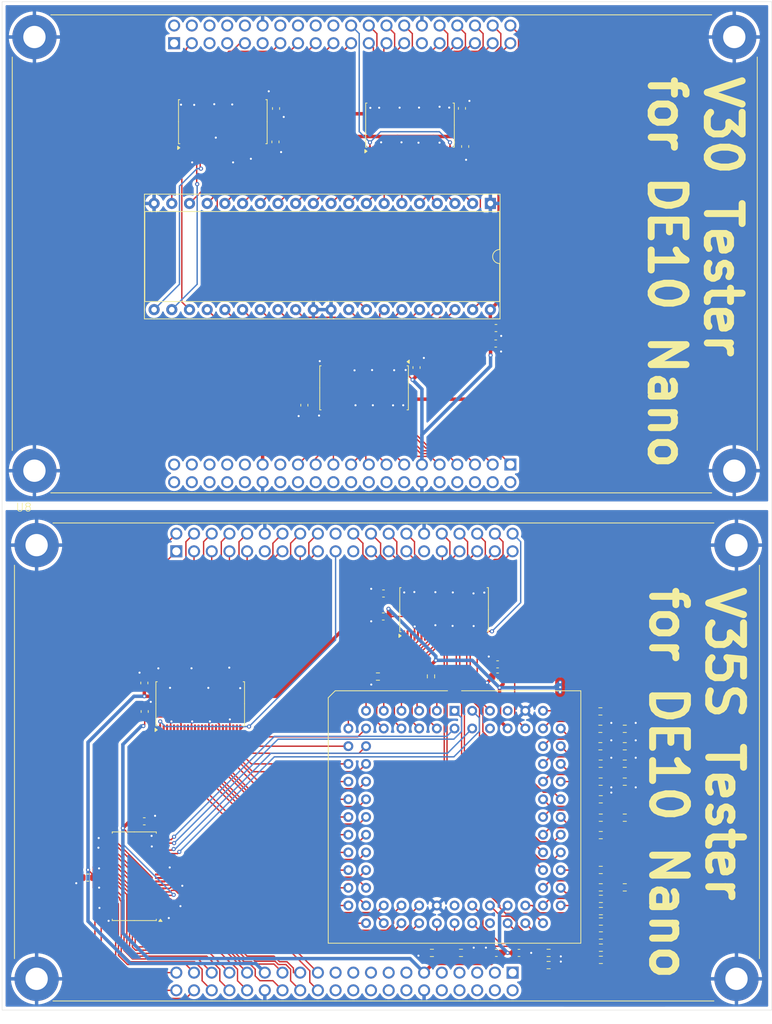
<source format=kicad_pcb>
(kicad_pcb (version 20240108) (generator "pcbnew") (generator_version "8.0")
  (layers (0 "F.Cu" signal) (31 "B.Cu" mixed) (34 "B.Paste" user) (35 "F.Paste" user) (36 "B.SilkS" user "B.Silkscreen") (37 "F.SilkS" user "F.Silkscreen") (38 "B.Mask" user) (39 "F.Mask" user) (44 "Edge.Cuts" user))
  (net 0 "")
  (net 1 "GND")
  (net 2 "+3.3V")
  (net 3 "+5V")
  (net 4 "/V30/RESET")
  (net 5 "/V30/S{slash}~{LG}")
  (net 6 "/V30/~{UBE}")
  (net 7 "/V30/AD11")
  (net 8 "/V30/READY")
  (net 9 "/V30/AD6")
  (net 10 "/V30/INT")
  (net 11 "/V30/AD12")
  (net 12 "/V30/~{IO}{slash}M")
  (net 13 "/V30/AD5")
  (net 14 "/V30/AD3")
  (net 15 "/V30/~{RD}")
  (net 16 "/V30/~{INTAK}")
  (net 17 "/V30/AD2")
  (net 18 "/V30/BUF~{R}{slash}W")
  (net 19 "/V30/CLK")
  (net 20 "/V30/AD10")
  (net 21 "/V30/~{WR}")
  (net 22 "/V30/AD13")
  (net 23 "/V30/NMI")
  (net 24 "/V30/AD9")
  (net 25 "/V30/A19")
  (net 26 "/V30/AD8")
  (net 27 "/V30/ASTB")
  (net 28 "/V30/AD15")
  (net 29 "/V30/~{BUFEN}")
  (net 30 "/V30/AD4")
  (net 31 "/V30/AD0")
  (net 32 "/V30/AD14")
  (net 33 "/V30/~{POLL}")
  (net 34 "/V30/AD7")
  (net 35 "/V30/A17")
  (net 36 "/V30/AD1")
  (net 37 "/V30/A16")
  (net 38 "/V30/A18")
  (net 39 "/V30/F_~{UBE}")
  (net 41 "/V30/F_AD11")
  (net 43 "/V30/F_BUF~{R}{slash}W")
  (net 45 "/V30/F_READY")
  (net 46 "/V30/F_A19")
  (net 47 "/V30/F_AD3")
  (net 49 "/V30/F_AD7")
  (net 50 "/V30/F_A16")
  (net 51 "/V30/F_AD_DIR")
  (net 52 "/V30/F_AD13")
  (net 53 "/V30/F_AD4")
  (net 54 "/V30/F_S{slash}~{LG}")
  (net 56 "/V30/F_A18")
  (net 59 "/V30/F_AD12")
  (net 60 "/V30/F_NMI")
  (net 61 "/V30/F_ASTB")
  (net 62 "/V30/F_~{BUFEN}")
  (net 63 "/V30/F_AD15")
  (net 64 "/V30/F_A17")
  (net 66 "/V30/F_~{WR}")
  (net 67 "/V30/F_AD14")
  (net 68 "/V30/F_AD6")
  (net 71 "/V30/F_~{RD}")
  (net 72 "/V30/F_AD1")
  (net 73 "/V30/F_~{INTAK}")
  (net 74 "/V30/F_RESET")
  (net 75 "/V30/F_AD9")
  (net 76 "/V30/F_CLK")
  (net 77 "/V30/F_AD10")
  (net 79 "/V30/F_INT")
  (net 80 "/V30/F_AD0")
  (net 81 "/V30/F_AD2")
  (net 82 "/V30/F_AD5")
  (net 83 "/V30/F_~{IO}{slash}M")
  (net 84 "/V30/F_~{POLL}")
  (net 85 "/V30/F_AD8")
  (net 111 "/V35/A0")
  (net 112 "Net-(U9B-PT0)")
  (net 113 "/V35/A3")
  (net 114 "/V35/A6")
  (net 115 "Net-(U9B-PT1)")
  (net 116 "Net-(U9B-PT2)")
  (net 117 "Net-(U9B-PT3)")
  (net 118 "/V35/A5")
  (net 119 "Net-(U9B-PT4)")
  (net 120 "/V35/A10")
  (net 121 "Net-(U9B-PT5)")
  (net 122 "Net-(U9B-PT6)")
  (net 123 "Net-(U9B-PT7)")
  (net 124 "/V35/A8")
  (net 125 "/V35/A7")
  (net 126 "/V35/A2")
  (net 127 "Net-(U9B-P20{slash}~{DMARQ0})")
  (net 128 "Net-(U9B-P21{slash}~{DMAAK0})")
  (net 129 "Net-(U9B-P22{slash}~{TC0})")
  (net 130 "/V35/A1")
  (net 131 "Net-(U9B-P23{slash}DMARQ1)")
  (net 132 "/V35/A4")
  (net 133 "/V35/A11")
  (net 134 "Net-(U9B-P24{slash}~{DMAAK1})")
  (net 135 "/V35/A9")
  (net 136 "Net-(U9B-P25{slash}~{TC1})")
  (net 137 "/V35/F_D4")
  (net 138 "/V35/F_D10")
  (net 139 "/V35/F_D12")
  (net 140 "/V35/D15")
  (net 141 "/V35/F_D9")
  (net 142 "/V35/D13")
  (net 143 "/V35/F_D11")
  (net 144 "/V35/F_D14")
  (net 145 "/V35/F_D2")
  (net 146 "/V35/F_D3")
  (net 147 "/V35/F_D8")
  (net 148 "/V35/D9")
  (net 149 "/V35/D12")
  (net 150 "/V35/F_D6")
  (net 151 "/V35/D0")
  (net 152 "/V35/D14")
  (net 153 "/V35/D4")
  (net 154 "/V35/D11")
  (net 155 "/V35/F_D15")
  (net 156 "/V35/D6")
  (net 157 "/V35/F_D1")
  (net 158 "/V35/F_D_DIR")
  (net 159 "/V35/F_D7")
  (net 160 "/V35/F_D5")
  (net 161 "/V35/D1")
  (net 162 "/V35/D3")
  (net 163 "/V35/D8")
  (net 164 "/V35/D2")
  (net 165 "/V35/F_D13")
  (net 166 "/V35/D10")
  (net 167 "/V35/F_D0")
  (net 168 "/V35/D5")
  (net 169 "/V35/D7")
  (net 170 "Net-(U9B-P26{slash}~{HLDAK})")
  (net 171 "Net-(U9B-P27{slash}~{HLDRQ})")
  (net 172 "Net-(U9B-P14{slash}INT{slash}~{POLL})")
  (net 173 "Net-(U9B-P15{slash}TOUT)")
  (net 175 "Net-(U9B-P16{slash}~{SCKO})")
  (net 176 "Net-(U9B-RxD0)")
  (net 177 "Net-(U9B-~{CTS0})")
  (net 178 "Net-(U9B-RxD1)")
  (net 179 "Net-(U9B-~{CTS1})")
  (net 180 "Net-(U9C-VTH)")
  (net 182 "Net-(R25-Pad2)")
  (net 183 "Net-(R26-Pad2)")
  (net 184 "Net-(R27-Pad2)")
  (net 185 "Net-(U9C-NOTE1)")
  (net 186 "/V35/F_~{MREQ}")
  (net 187 "/V35/F_A10")
  (net 188 "/V35/F_A1")
  (net 189 "/V35/F_A4")
  (net 190 "/V35/F_A8")
  (net 191 "/V35/F_A0")
  (net 192 "/V35/F_A9")
  (net 193 "/V35/F_~{IOSTB}")
  (net 194 "/V35/F_A2")
  (net 195 "/V35/F_A3")
  (net 196 "/V35/F_A11")
  (net 197 "/V35/F_~{MSTB}")
  (net 198 "/V35/F_A6")
  (net 199 "/V35/F_A7")
  (net 200 "/V35/F_A5")
  (net 201 "/V35/F_R{slash}~{W}")
  (net 202 "/V35/F_~{INTP0}")
  (net 203 "/V35/F_P_DIR")
  (net 204 "/V35/F_X1")
  (net 205 "/V35/F_P07")
  (net 206 "/V35/F_P06")
  (net 207 "/V35/F_N{slash}~{S}")
  (net 208 "/V35/F_P02")
  (net 209 "/V35/F_P03")
  (net 210 "/V35/F_P00")
  (net 211 "/V35/F_P04")
  (net 212 "/V35/F_~{RESET}")
  (net 213 "/V35/F_P05")
  (net 214 "/V35/F_P01")
  (net 215 "/V35/X1")
  (net 216 "/V35/P06")
  (net 217 "/V35/~{INTP0}")
  (net 218 "/V35/P05")
  (net 219 "/V35/P07")
  (net 220 "/V35/P02")
  (net 221 "/V35/N{slash}~{S}")
  (net 223 "/V35/P03")
  (net 224 "/V35/~{RESET}")
  (net 225 "/V35/P01")
  (net 227 "/V35/P00")
  (net 228 "/V35/P04")
  (net 229 "/V35/~{MREQ}")
  (net 231 "/V35/~{MSTB}")
  (net 232 "/V35/R{slash}~{W}")
  (net 233 "/V35/~{IOSTB}")
  (net 235 "/V35/F_READY")
  (net 236 "/V35/F_NMI")
  (net 237 "/V35/NMI")
  (net 238 "/V35/READY")
  (net 239 "/V35/~{INTP1}")
  (net 240 "/V35/~{INTP2}")
  (net 251 "/V35/F_~{INTP2}")
  (net 252 "/V35/F_~{INTP1}")
  (footprint "Resistor_SMD:R_0603_1608Metric" (layer "F.Cu") (at 182.235 132.35 180)
    (property "Reference" "R19" (hide yes))
    (property "Value" "10k")
  )
  (footprint "Capacitor_SMD:C_0603_1608Metric" (layer "F.Cu") (at 167.16 64.31)
    (property "Reference" "C18" (hide yes))
    (property "Value" "1uF")
  )
  (footprint "Capacitor_SMD:C_0603_1608Metric" (layer "F.Cu") (at 151.05 100.18 180)
    (property "Reference" "C8" (hide yes))
    (property "Value" "100nF")
  )
  (footprint "Resistor_SMD:R_0603_1608Metric" (layer "F.Cu") (at 174.75 151.75 180)
    (property "Reference" "R23" (hide yes))
    (property "Value" "10k")
  )
  (footprint "Resistor_SMD:R_0603_1608Metric" (layer "F.Cu") (at 158 151.75)
    (property "Reference" "R20" (hide yes))
    (property "Value" "10k")
  )
  (footprint "Resistor_SMD:R_0603_1608Metric" (layer "F.Cu") (at 182.235 129.71 180)
    (property "Reference" "R1" (hide yes))
    (property "Value" "10k")
  )
  (footprint "Package_SO:TSSOP-48_6.1x12.5mm_P0.5mm" (layer "F.Cu") (at 154.855 32.97 90)
    (property "Reference" "U3" (hide yes))
    (property "Value" "74ALVC164245")
  )
  (footprint "Capacitor_SMD:C_0603_1608Metric" (layer "F.Cu") (at 167.25 151.75 180)
    (property "Reference" "C17" (hide yes))
    (property "Value" "1uF")
  )
  (footprint "Resistor_SMD:R_0603_1608Metric" (layer "F.Cu") (at 185.68 119.6 180)
    (property "Reference" "R8" (hide yes))
    (property "Value" "10k")
  )
  (footprint "Resistor_SMD:R_0603_1608Metric" (layer "F.Cu") (at 182.18 117.1 180)
    (property "Reference" "R27" (hide yes))
    (property "Value" "10k")
  )
  (footprint "Capacitor_SMD:C_0603_1608Metric" (layer "F.Cu") (at 135.635 30.59 -90)
    (property "Reference" "C2" (hide yes))
    (property "Value" "100nF")
  )
  (footprint "Capacitor_SMD:C_0603_1608Metric" (layer "F.Cu") (at 167.43 110.35 180)
    (property "Reference" "C16" (hide yes))
    (property "Value" "1uF")
  )
  (footprint "Resistor_SMD:R_0603_1608Metric" (layer "F.Cu") (at 182.215 127.18 180)
    (property "Reference" "R2" (hide yes))
    (property "Value" "10k")
  )
  (footprint "Resistor_SMD:R_0603_1608Metric" (layer "F.Cu") (at 182.235 134.85 180)
    (property "Reference" "R17" (hide yes))
    (property "Value" "10k")
  )
  (footprint "Capacitor_SMD:C_0603_1608Metric" (layer "F.Cu") (at 167.43 112.1 180)
    (property "Reference" "C15" (hide yes))
    (property "Value" "100nF")
  )
  (footprint "Resistor_SMD:R_0603_1608Metric" (layer "F.Cu") (at 182.25 151 180)
    (property "Reference" "R9" (hide yes))
    (property "Value" "10k")
  )
  (footprint "Resistor_SMD:R_0603_1608Metric" (layer "F.Cu") (at 182.215 124.6 180)
    (property "Reference" "R5" (hide yes))
    (property "Value" "10k")
  )
  (footprint "Resistor_SMD:R_0603_1608Metric" (layer "F.Cu") (at 182.235 139.85 180)
    (property "Reference" "R16" (hide yes))
    (property "Value" "10k")
  )
  (footprint "Capacitor_SMD:C_0603_1608Metric" (layer "F.Cu") (at 135.545 35.38 -90)
    (property "Reference" "C6" (hide yes))
    (property "Value" "100nF")
  )
  (footprint "Resistor_SMD:R_0603_1608Metric" (layer "F.Cu") (at 185.68 132.35 180)
    (property "Reference" "R18" (hide yes))
    (property "Value" "10k")
  )
  (footprint "NEC-DE10:MODULE_P0496" (layer "F.Cu") (at 101.27 155.47)
    (property "Reference" "U8")
    (property "Value" "~")
  )
  (footprint "Package_SO:TSSOP-48_6.1x12.5mm_P0.5mm" (layer "F.Cu") (at 148.265 70.67 -90)
    (property "Reference" "U4" (hide yes))
    (property "Value" "74ALVC164245")
  )
  (footprint "Resistor_SMD:R_0603_1608Metric" (layer "F.Cu") (at 182.18 119.6 180)
    (property "Reference" "R24" (hide yes))
    (property "Value" "10k")
  )
  (footprint "NEC-DE10:MODULE_P0496" (layer "F.Cu") (at 100.955 82.56)
    (property "Reference" "U2" (hide yes))
    (property "Value" "~")
  )
  (footprint "Capacitor_SMD:C_0603_1608Metric" (layer "F.Cu") (at 170.5 151.75)
    (property "Reference" "C14" (hide yes))
    (property "Value" "100nF")
  )
  (footprint "Capacitor_SMD:C_0603_1608Metric" (layer "F.Cu") (at 116.73 113.02 90)
    (property "Reference" "C10" (hide yes))
    (property "Value" "100nF")
  )
  (footprint "Resistor_SMD:R_0603_1608Metric" (layer "F.Cu") (at 162.175 151.75 180)
    (property "Reference" "R21" (hide yes))
    (property "Value" "10k")
  )
  (footprint "Capacitor_SMD:C_0603_1608Metric" (layer "F.Cu") (at 116.78 117.11 90)
    (property "Reference" "C9" (hide yes))
    (property "Value" "100nF")
  )
  (footprint "Resistor_SMD:R_0603_1608Metric" (layer "F.Cu") (at 182.18 122.1 180)
    (property "Reference" "R7" (hide yes))
    (property "Value" "10k")
  )
  (footprint "Capacitor_SMD:C_0603_1608Metric" (layer "F.Cu") (at 155.795 67.76 90)
    (property "Reference" "C5" (hide yes))
    (property "Value" "100nF")
  )
  (footprint "Package_LCC:PLCC-84_THT-Socket" (layer "F.Cu") (at 161.25 117.01)
    (property "Reference" "U9" (hide yes))
    (property "Value" "~")
  )
  (footprint "Resistor_SMD:R_0603_1608Metric" (layer "F.Cu") (at 185.68 124.6 180)
    (property "Reference" "R4" (hide yes))
    (property "Value" "10k")
  )
  (footprint "Resistor_SMD:R_0603_1608Metric" (layer "F.Cu") (at 174.75 153.5 180)
    (property "Reference" "R22" (hide yes))
    (property "Value" "10k")
  )
  (footprint "Resistor_SMD:R_0603_1608Metric" (layer "F.Cu") (at 185.68 127.18 180)
    (property "Reference" "R3" (hide yes))
    (property "Value" "10k")
  )
  (footprint "Resistor_SMD:R_0603_1608Metric" (layer "F.Cu") (at 185.68 122.1 180)
    (property "Reference" "R6" (hide yes))
    (property "Value" "10k")
  )
  (footprint "Resistor_SMD:R_0603_1608Metric" (layer "F.Cu") (at 185.68 142.35 180)
    (property "Reference" "R14" (hide yes))
    (property "Value" "10k")
  )
  (footprint "Resistor_SMD:R_0603_1608Metric" (layer "F.Cu") (at 157.87 112.07 -90)
    (property "Reference" "R25" (hide yes))
    (property "Value" "10k")
  )
  (footprint "Capacitor_SMD:C_0603_1608Metric" (layer "F.Cu") (at 116.72 132.87)
    (property "Reference" "C13" (hide yes))
    (property "Value" "100nF")
  )
  (footprint "Capacitor_SMD:C_0603_1608Metric" (layer "F.Cu") (at 162.315 30.57 90)
    (property "Reference" "C1" (hide yes))
    (property "Value" "100nF")
  )
  (footprint "Capacitor_SMD:C_0603_1608Metric" (layer "F.Cu") (at 151.02 103.48 180)
    (property "Reference" "C11" (hide yes))
    (property "Value" "100nF")
  )
  (footprint "Resistor_SMD:R_0603_1608Metric" (layer "F.Cu") (at 182.25 149.25 180)
    (property "Reference" "R10" (hide yes))
    (property "Value" "10k")
  )
  (footprint "Package_SO:TSSOP-48_6.1x12.5mm_P0.5mm" (layer "F.Cu") (at 159.75 102.5 90)
    (property "Reference" "U10" (hide yes))
    (property "Value" "74ALVC164245")
  )
  (footprint "Capacitor_SMD:C_0603_1608Metric" (layer "F.Cu") (at 108.62 140.95 180)
    (property "Reference" "C12" (hide yes))
    (property "Value" "100nF")
  )
  (footprint "Package_SO:TSSOP-48_6.1x12.5mm_P0.5mm" (layer "F.Cu") (at 124.75 116 90)
    (property "Reference" "U7" (hide yes))
    (property "Value" "74ALVC164245")
  )
  (footprint "Package_SO:TSSOP-48_6.1x12.5mm_P0.5mm" (layer "F.Cu") (at 115.2875 140.75 180)
    (property "Reference" "U6" (hide yes))
    (property "Value" "74ALVC164245")
  )
  (footprint "Resistor_SMD:R_0603_1608Metric" (layer "F.Cu") (at 150.255 112.1)
    (property "Reference" "R28" (hide yes))
    (property "Value" "10k")
  )
  (footprint "Capacitor_SMD:C_0603_1608Metric" (layer "F.Cu") (at 162.775 36.04 -90)
    (property "Reference" "C4" (hide yes))
    (property "Value" "100nF")
  )
  (footprint "Capacitor_SMD:C_0603_1608Metric" (layer "F.Cu") (at 139.695 73.16 -90)
    (property "Reference" "C3" (hide yes))
    (property "Value" "100nF")
  )
  (footprint "Package_DIP:DIP-40_W15.24mm_Socket" (layer "F.Cu") (at 166.39 44.21 -90)
    (property "Reference" "U1" (hide yes))
    (property "Value" "~")
  )
  (footprint "Capacitor_SMD:C_0603_1608Metric" (layer "F.Cu") (at 167.195 62.09)
    (property "Reference" "C7" (hide yes))
    (property "Value" "100nF")
  )
  (footprint "Resistor_SMD:R_0603_1608Metric" (layer "F.Cu") (at 182.235 142.35 180)
    (property "Reference" "R15" (hide yes))
    (property "Value" "10k")
  )
  (footprint "Resistor_SMD:R_0603_1608Metric" (layer "F.Cu") (at 182.25 147.25 180)
    (property "Reference" "R11" (hide yes))
    (property "Value" "10k")
  )
  (footprint "Package_SO:TSSOP-48_6.1x12.5mm_P0.5mm" (layer "F.Cu") (at 127.995 32.48 90)
    (property "Reference" "U5" (hide yes))
    (property "Value" "74ALVC164245")
  )
  (footprint "Resistor_SMD:R_0603_1608Metric" (layer "F.Cu") (at 182.25 144 180)
    (property "Reference" "R13" (hide yes))
    (property "Value" "10k")
  )
  (footprint "Resistor_SMD:R_0603_1608Metric" (layer "F.Cu") (at 182.25 145.75 180)
    (property "Reference" "R12" (hide yes))
    (property "Value" "10k")
  )
  (footprint "Resistor_SMD:R_0603_1608Metric" (layer "F.Cu") (at 182.25 152.75 180)
    (property "Reference" "R26" (hide yes))
    (property "Value" "10k")
  )
  (gr_rect (start 96.315 15.26) (end 206.765 159.96) (stroke (width 0.05)) (fill none) (layer "Edge.Cuts"))
  (gr_text "V35S Tester\nfor DE10 Nano" (at 189.01 98.74 270) (layer "F.SilkS") (effects (font (size 5 5) (thickness 1) (bold yes)) (justify left bottom)))
  (gr_text "V30 Tester\nfor DE10 Nano" (at 188.81 25.48 270) (layer "F.SilkS") (effects (font (size 5 5) (thickness 1) (bold yes)) (justify left bottom)))
  (segment (start 166.655 109.725) (end 166.16 109.23) (width 0.5) (layer "F.Cu") (net 1))
  (segment (start 156.105 29.2575) (end 156.105 30.41) (width 0.2) (layer "F.Cu") (net 1))
  (segment (start 156.105 30.41) (end 156.155 30.46) (width 0.2) (layer "F.Cu") (net 1))
  (segment (start 111.575 139.5) (end 110.35 139.5) (width 0.2) (layer "F.Cu") (net 1))
  (segment (start 126 113.63817) (end 125.914085 113.724085) (width 0.2) (layer "F.Cu") (net 1))
  (segment (start 147.015 74.3825) (end 147.015 73.19) (width 0.2) (layer "F.Cu") (net 1))
  (segment (start 111.575 145) (end 110.59 145) (width 0.2) (layer "F.Cu") (net 1))
  (segment (start 167.935 65.455) (end 167.93 65.46) (width 0.5) (layer "F.Cu") (net 1))
  (segment (start 132.245 36.1925) (end 132.245 37.57924) (width 0.2) (layer "F.Cu") (net 1))
  (segment (start 110.45 135) (end 110.18 135.27) (width 0.2) (layer "F.Cu") (net 1))
  (segment (start 186.505 119.6) (end 186.505 119.495) (width 0.2) (layer "F.Cu") (net 1))
  (segment (start 161 106.2125) (end 161 104.86183) (width 0.2) (layer "F.Cu") (net 1))
  (segment (start 166.655 112.245) (end 165.91 112.99) (width 0.5) (layer "F.Cu") (net 1))
  (segment (start 176 151.75) (end 176.5 152.25) (width 0.2) (layer "F.Cu") (net 1))
  (segment (start 183.04 124.46) (end 183.75 123.75) (width 0.2) (layer "F.Cu") (net 1))
  (segment (start 144.515 66.9575) (end 142.515 66.9575) (width 0.2) (layer "F.Cu") (net 1))
  (segment (start 139.66 73.935) (end 138.875 74.72) (width 0.2) (layer "F.Cu") (net 1))
  (segment (start 126.745 36.1925) (end 126.745 35.01) (width 0.2) (layer "F.Cu") (net 1))
  (segment (start 126.745 35.01) (end 126.985 34.77) (width 0.2) (layer "F.Cu") (net 1))
  (segment (start 163.09 29.795) (end 163.385 29.5) (width 0.2) (layer "F.Cu") (net 1))
  (segment (start 129.245 29.91) (end 129.345 30.01) (width 0.2) (layer "F.Cu") (net 1))
  (segment (start 116.73 112.245) (end 116.73 112.23) (width 0.2) (layer "F.Cu") (net 1))
  (segment (start 186.505 124.6) (end 186.505 124.495) (width 0.2) (layer "F.Cu") (net 1))
  (segment (start 165.5 100.03) (end 165.52 100.05) (width 0.2) (layer "F.Cu") (net 1))
  (segment (start 136.3 31.365) (end 136.735 31.8) (width 0.2) (layer "F.Cu") (net 1))
  (segment (start 111.575 135) (end 110.45 135) (width 0.2) (layer "F.Cu") (net 1))
  (segment (start 159.105 35.5) (end 159.095 35.49) (width 0.2) (layer "F.Cu") (net 1))
  (segment (start 145.015 74.3825) (end 144.515 74.3825) (width 0.2) (layer "F.Cu") (net 1))
  (segment (start 166.655 110.35) (end 166.655 109.725) (width 0.5) (layer "F.Cu") (net 1))
  (segment (start 183.005 119.6) (end 183.005 119.495) (width 0.2) (layer "F.Cu") (net 1))
  (segment (start 122.245 28.7675) (end 122.245 29.79) (width 0.2) (layer "F.Cu") (net 1))
  (segment (start 155.5 98.7875) (end 155.5 99.95) (width 0.2) (layer "F.Cu") (net 1))
  (segment (start 153.605 29.2575) (end 153.605 30.23) (width 0.2) (layer "F.Cu") (net 1))
  (segment (start 120.5 113.63817) (end 120.419085 113.719085) (width 0.2) (layer "F.Cu") (net 1))
  (segment (start 119 135) (end 117.81 135) (width 0.2) (layer "F.Cu") (net 1))
  (segment (start 165.5 98.7875) (end 165.5 100.03) (width 0.2) (layer "F.Cu") (net 1))
  (segment (start 147.015 73.19) (end 147.035 73.17) (width 0.2) (layer "F.Cu") (net 1))
  (segment (start 128.745 37.597252) (end 129.467748 38.32) (width 0.2) (layer "F.Cu") (net 1))
  (segment (start 183.005 119.495) (end 183.75 118.75) (width 0.2) (layer "F.Cu") (net 1))
  (segment (start 123.5 118.633193) (end 123.598193 118.535) (width 0.2) (layer "F.Cu") (net 1))
  (segment (start 119 145) (end 119.042589 145.042589) (width 0.2) (layer "F.Cu") (net 1))
  (segment (start 135.67 36.155) (end 136.355 36.84) (width 0.2) (layer "F.Cu") (net 1))
  (segment (start 135.635 31.365) (end 136.3 31.365) (width 0.2) (layer "F.Cu") (net 1))
  (segment (start 119 112.2875) (end 119 111.18) (width 0.2) (layer "F.Cu") (net 1))
  (segment (start 110.59 145) (end 110.29 145.3) (width 0.2) (layer "F.Cu") (net 1))
  (segment (start 158.5 106.2125) (end 158.5 104.73) (width 0.2) (layer "F.Cu") (net 1))
  (segment (start 167.97 62.09) (end 167.97 63.195) (width 0.5) (layer "F.Cu") (net 1))
  (segment (start 153.605 36.6825) (end 153.605 35.47) (width 0.2) (layer "F.Cu") (net 1))
  (segment (start 149.515 73.18) (end 149.525 73.17) (width 0.2) (layer "F.Cu") (net 1))
  (segment (start 163.25 151.75) (end 164 151) (width 0.2) (layer "F.Cu") (net 1))
  (segment (start 186.505 121.995) (end 187.25 121.25) (width 0.2) (layer "F.Cu") (net 1))
  (segment (start 186.505 127.18) (end 186.505 127.255) (width 0.2) (layer "F.Cu") (net 1))
  (segment (start 123.745 36.1925) (end 123.745 38.17) (width 0.2) (layer "F.Cu") (net 1))
  (segment (start 119.042589 145.042589) (end 121.911575 145.042589) (width 0.2) (layer "F.Cu") (net 1))
  (segment (start 175.575 153.5) (end 176 153.5) (width 0.2) (layer "F.Cu") (net 1))
  (segment (start 154.015 67.89) (end 154.235 68.11) (width 0.2) (layer "F.Cu") (net 1))
  (segment (start 110.35 139.5) (end 110.23 139.62) (width 0.2) (layer "F.Cu") (net 1))
  (segment (start 171.275 151.75) (end 172.25 151.75) (width 0.2) (layer "F.Cu") (net 1))
  (segment (start 161 104.86183) (end 160.969085 104.830915) (width 0.2) (layer "F.Cu") (net 1))
  (segment (start 107.76 140.95) (end 106.96 141.75) (width 0.2) (layer "F.Cu") (net 1))
  (segment (start 117.045 116.335) (end 117.65 115.73) (width 0.2) (layer "F.Cu") (net 1))
  (segment (start 119 142) (end 120.309389 142) (width 0.2) (layer "F.Cu") (net 1))
  (segment (start 161 98.7875) (end 161 100.03) (width 0.2) (layer "F.Cu") (net 1))
  (segment (start 153.605 35.47) (end 153.635 35.44) (width 0.2) (layer "F.Cu") (net 1))
  (segment (start 130.5 112.2875) (end 130.5 113.75) (width 0.2) (layer "F.Cu") (net 1))
  (segment (start 111.575 142) (end 110.63 142) (width 0.2) (layer "F.Cu") (net 1))
  (segment (start 155.5 99.95) (end 155.48 99.97) (width 0.2) (layer "F.Cu") (net 1))
  (segment (start 117.495 132.87) (end 117.495 132.855) (width 0.2) (layer "F.Cu") (net 1))
  (segment (start 149.43 113.12) (end 149.3 113.25) (width 0.2) (layer "F.Cu") (net 1))
  (segment (start 160.605 30.34) (end 160.485 30.46) (width 0.2) (layer "F.Cu") (net 1))
  (segment (start 120.384335 141.925054) (end 121.849218 141.925054) (width 0.2) (layer "F.Cu") (net 1))
  (segment (start 129 119.7125) (end 129 118.25) (width 0.2) (layer "F.Cu") (net 1))
  (segment (start 149.105 30.44) (end 149.165 30.5) (width 0.2) (layer "F.Cu") (net 1))
  (segment (start 145.015 66.9575) (end 144.515 66.9575) (width 0.2) (layer "F.Cu") (net 1))
  (segment (start 154.015 66.9575) (end 154.015 67.89) (width 0.2) (layer "F.Cu") (net 1))
  (segment (start 163 151.75) (end 163.25 151.75) (width 0.2) (layer "F.Cu") (net 1))
  (segment (start 110.3 136.5) (end 110.14 136.66) (width 0.2) (layer "F.Cu") (net 1))
  (segment (start 119.99 146.5) (end 120.24 146.75) (width 0.2) (layer "F.Cu") (net 1))
  (segment (start 116.73 112.23) (end 116.04 111.54) (width 0.2) (layer "F.Cu") (net 1))
  (segment (start 154 100) (end 154.03 100.03) (width 0.2) (layer "F.Cu") (net 1))
  (segment (start 120.5 112.2875) (end 120.5 113.63817) (width 0.2) (layer "F.Cu") (net 1))
  (segment (start 121.985054 141.925054) (end 122.18 142.12) (width 0.2) (layer "F.Cu") (net 1))
  (segment (start 165.75 151.025) (end 165.75 151) (width 0.2) (layer "F.Cu") (net 1))
  (segment (start 183.005 121.995) (end 183.75 121.25) (width 0.2) (layer "F.Cu") (net 1))
  (segment (start 154.015 74.3825) (end 154.015 73.3) (width 0.2) (layer "F.Cu") (net 1))
  (segment (start 133.745 28.7675) (end 133.9375 28.7675) (width 0.2) (layer "F.Cu") (net 1))
  (segment (start 175.575 151.75) (end 176 151.75) (width 0.2) (layer "F.Cu") (net 1))
  (segment (start 186.505 122.1) (end 186.505 121.995) (width 0.2) (layer "F.Cu") (net 1))
  (segment (start 142.515 74.3825) (end 142.0725 74.3825) (width 0.2) (layer "F.Cu") (net 1))
  (segment (start 142.0725 74.3825) (end 141.805 74.65) (width 0.2) (layer "F.Cu") (net 1))
  (segment (start 147.015 68.04) (end 146.895 68.16) (width 0.2) (layer "F.Cu") (net 1))
  (segment (start 111.575 147.125) (end 111.6 147.15) (width 0.2) (layer "F.Cu") (net 1))
  (segment (start 119 111.18) (end 118.74 110.92) (width 0.2) (layer "F.Cu") (net 1))
  (segment (start 186.505 119.495) (end 187.25 118.75) (width 0.2) (layer "F.Cu") (net 1))
  (segment (start 155.795 66.985) (end 156.24 66.985) (width 0.5) (layer "F.Cu") (net 1))
  (segment (start 183.06 129.44) (end 183.75 128.75) (width 0.2) (layer "F.Cu") (net 1))
  (segment (start 117.81 135) (end 117.77 134.96) (width 0.2) (layer "F.Cu") (net 1))
  (segment (start 162.315 29.795) (end 163.09 29.795) (width 0.2) (layer "F.Cu") (net 1))
  (segment (start 107.845 140.95) (end 107.76 140.95) (width 0.2) (layer "F.Cu") (net 1))
  (segment (start 128.745 36.1925) (end 128.745 37.597252) (width 0.2) (layer "F.Cu") (net 1))
  (segment (start 120.309389 142) (end 120.384335 141.925054) (width 0.2) (layer "F.Cu") (net 1))
  (segment (start 166.655 112.1) (end 166.655 112.245) (width 0.5) (layer "F.Cu") (net 1))
  (segment (start 121.849218 141.925054) (end 121.985054 141.925054) (width 0.2) (layer "F.Cu") (net 1))
  (segment (start 154 98.7875) (end 154 100) (width 0.2) (layer "F.Cu") (net 1))
  (segment (start 131.245 28.7675) (end 133.745 28.7675) (width 0.2) (layer "F.Cu") (net 1))
  (segment (start 147.015 66.9575) (end 147.015 68.04) (width 0.2) (layer "F.Cu") (net 1))
  (segment (start 160.605 29.2575) (end 160.605 30.34) (width 0.2) (layer "F.Cu") (net 1))
  (segment (start 119 136.5) (end 117.82 136.5) (width 0.2) (layer "F.Cu") (net 1))
  (segment (start 149.98 103.48) (end 149.29 104.17) (width 0.2) (layer "F.Cu") (net 1))
  (segment (start 139.695 73.935) (end 139.66 73.935) (width 0.2) (layer "F.Cu") (net 1))
  (segment (start 156.24 66.985) (end 156.845 66.38) (width 0.5) (layer "F.Cu") (net 1))
  (segment (start 135.545 36.155) (end 135.67 36.155) (width 0.2) (layer "F.Cu") (net 1))
  (segment (start 149.515 66.9575) (end 149.515 68.02) (width 0.2) (layer "F.Cu") (net 1))
  (segment (start 144.515 74.3825) (end 142.515 74.3825) (width 0.2) (layer "F.Cu") (net 1))
  (segment (start 155.5 106.2125) (end 155.5 104.94) (width 0.2) (layer "F.Cu") (net 1))
  (segment (start 186.505 124.495) (end 187.25 123.75) (width 0.2) (layer "F.Cu") (net 1))
  (segment (start 159.105 29.2575) (end 159.105 30.334289) (width 0.2) (layer "F.Cu") (net 1))
  (segment (start 156.105 35.53) (end 156.075 35.5) (width 0.2) (layer "F.Cu") (net 1))
  (segment (start 149.515 74.3825) (end 149.515 73.18) (width 0.2) (layer "F.Cu") (net 1))
  (segment (start 183.04 127.18) (end 183.04 127.29) (width 0.2) (layer "F.Cu") (net 1))
  (segment (start 162.775 37.82) (end 162.905 37.95) (width 0.2) (layer "F.Cu") (net 1))
  (segment (start 157.175 151.75) (end 156.47 151.75) (width 0.2) (layer "F.Cu") (net 1))
  (segment (start 123.5 119.7125) (end 123.5 118.633193) (width 0.2) (layer "F.Cu") (net 1))
  (segment (start 183.06 129.71) (end 183.06 129.44) (width 0.2) (layer "F.Cu") (net 1))
  (segment (start 126 112.2875) (end 126 113.63817) (width 0.2) (layer "F.Cu") (net 1))
  (segment (start 132.245 37.57924) (end 132.01962 37.80462) (width 0.2) (layer "F.Cu") (net 1))
  (segment (start 126 118.674674) (end 126.139674 118.535) (width 0.2) (layer "F.Cu") (net 1))
  (segment (start 120.5 118.652259) (end 120.617259 118.535) (width 0.2) (layer "F.Cu") (net 1))
  (segment (start 129 110.9) (end 128.92 110.82) (width 0.2) (layer "F.Cu") (net 1))
  (segment (start 129 112.2875) (end 129 110.9) (width 0.2) (layer "F.Cu") (net 1))
  (segment (start 150.275 100.18) (end 149.96 100.18) (width 0.2) (layer "F.Cu") (net 1))
  (segment (start 123.5 112.2875) (end 123.5 110.91) (width 0.2) (layer "F.Cu") (net 1))
  (segment (start 119 139.5) (end 120.36 139.5) (width 0.2) (layer "F.Cu") (net 1))
  (segment (start 126.745 28.7675) (end 126.745 29.95) (width 0.2) (layer "F.Cu") (net 1))
  (segment (start 119 146.5) (end 119.99 146.5) (width 0.2) (layer "F.Cu") (net 1))
  (segment (start 153.605 30.23) (end 153.365 30.47) (width 0.2) (layer "F.Cu") (net 1))
  (segment (start 122.245 29.79) (end 121.995 30.04) (width 0.2) (layer "F.Cu") (net 1))
  (segment (start 142.0225 66.9575) (end 141.905 66.84) (width 0.2) (layer "F.Cu") (net 1))
  (segment (start 159.105 30.334289) (end 159.101764 30.337525) (width 0.2) (layer "F.Cu") (net 1))
  (segment (start 120.36 139.5) (end 120.37 139.49) (width 0.2) (layer "F.Cu") (net 1))
  (segment (start 150.605 30.31) (end 150.435 30.48) (width 0.2) (layer "F.Cu") (net 1))
  (segment (start 149.105 29.2575) (end 149.105 30.44) (width 0.2) (layer "F.Cu") (net 1))
  (segment (start 154.015 73.3) (end 153.885 73.17) (width 0.2) (layer "F.Cu") (net 1))
  (segment (start 123.745 38.17) (end 123.595 38.32) (width 0.2) (layer "F.Cu") (net 1))
  (segment (start 111.575 146.5) (end 111.575 147.125) (width 0.2) (layer "F.Cu") (net 1))
  (segment (start 183.04 124.6) (end 183.04 124.46) (width 0.2) (layer "F.Cu") (net 1))
  (segment (start 129.245 28.7675) (end 129.245 29.91) (width 0.2) (layer "F.Cu") (net 1))
  (segment (start 131.245 36.1925) (end 133.245 36.1925) (width 0.2) (layer "F.Cu") (net 1))
  (segment (start 127.745 36.1925) (end 130.245 36.1925) (width 0.2) (layer "F.Cu") (net 1))
  (segment (start 110.63 142) (end 110.24 142.39) (width 0.2) (layer "F.Cu") (net 1))
  (segment (start 142.515 66.9575) (end 142.0225 66.9575) (width 0.2) (layer "F.Cu") (net 1))
  (segment (start 127.745 28.7675) (end 130.245 28.7675) (width 0.2) (layer "F.Cu") (net 1))
  (segment (start 162.775 36.815) (end 162.775 37.82) (width 0.2) (layer "F.Cu") (net 1))
  (segment (start 117.82 136.5) (end 117.8 136.48) (width 0.2) (layer "F.Cu") (net 1))
  (segment (start 152.515 73.27) (end 152.425 73.18) (width 0.2) (layer "F.Cu") (net 1))
  (segment (start 166.655 112.1) (end 166.655 110.35) (width 0.5) (layer "F.Cu") (net 1))
  (segment (start 166.475 151.75) (end 165.75 151.025) (width 0.2) (layer "F.Cu") (net 1))
  (segment (start 111.575 136.5) (end 110.3 136.5) (width 0.2) (layer "F.Cu") (net 1))
  (segment (start 159.105 36.6825) (end 159.105 35.5) (width 0.2) (layer "F.Cu") (net 1))
  (segment (start 133.9375 28.7675) (end 134.585 28.12) (width 0.2) (layer "F.Cu") (net 1))
  (segment (start 167.97 63.195) (end 167.945 63.22) (width 0.5) (layer "F.Cu") (net 1))
  (segment (start 164 106.2125) (end 164 104.86) (width 0.2) (layer "F.Cu") (net 1))
  (segment (start 123.745 28.7675) (end 123.745 29.93) (width 0.2) (layer "F.Cu") (net 1))
  (segment (start 158.5 98.7875) (end 158.5 99.99) (width 0.2) (layer "F.Cu") (net 1))
  (segment (start 152.515 74.3825) (end 152.515 73.27) (width 0.2) (layer "F.Cu") (net 1))
  (segment (start 156.47 151.75) (end 156.07 152.15) (width 0.2) (layer "F.Cu") (net 1))
  (segment (start 152.515 68.07) (end 152.585 68.14) (width 0.2) (layer "F.Cu") (net 1))
  (segment (start 149.96 100.18) (end 149.29 99.51) (width 0.2) (layer "F.Cu") (net 1))
  (segment (start 150.245 103.48) (end 149.98 103.48) (width 0.2) (layer "F.Cu") (net 1))
  (segment (start 183.04 127.29) (end 183.75 128) (width 0.2) (layer "F.Cu") (net 1))
  (segment (start 149.515 68.02) (end 149.415 68.12) (width 0.2) (layer "F.Cu") (net 1))
  (segment (start 155.5 104.94) (end 155.53 104.91) (width 0.2) (layer "F.Cu") (net 1))
  (segment (start 150.605 36.6825) (end 150.605 35.55) (width 0.2) (layer "F.Cu") (net 1))
  (segment (start 164 98.7875) (end 164 100.14) (width 0.2) (layer "F.Cu") (net 1))
  (segment (start 117.495 132.855) (end 118.27 132.08) (width 0.2) (layer "F.Cu") (net 1))
  (segment (start 150.605 29.2575) (end 150.605 30.31) (width 0.2) (layer "F.Cu") (net 1))
  (segment (start 126 119.7125) (end 126 118.674674) (width 0.2) (layer "F.Cu") (net 1))
  (segment (start 152.515 66.9575) (end 152.515 68.07) (width 0.2) (layer "F.Cu") (net 1))
  (segment (start 164 104.86) (end 163.99 104.85) (width 0.2) (layer "F.Cu") (net 1))
  (segment (start 176 153.5) (end 176.5 153) (width 0.2) (layer "F.Cu") (net 1))
  (segment (start 164 100.14) (end 163.97 100.17) (width 0.2) (layer "F.Cu") (net 1))
  (segment (start 183.005 122.1) (end 183.005 121.995) (width 0.2) (layer "F.Cu") (net 1))
  (segment (start 167.935 64.31) (end 167.935 65.455) (width 0.5) (layer "F.Cu") (net 1))
  (segment (start 126.745 29.95) (end 126.765 29.97) (width 0.2) (layer "F.Cu") (net 1))
  (segment (start 116.78 116.335) (end 117.045 116.335) (width 0.2) (layer "F.Cu") (net 1))
  (segment (start 150.605 35.55) (end 150.715 35.44) (width 0.2) (layer "F.Cu") (net 1))
  (segment (start 156.105 36.6825) (end 156.105 35.53) (width 0.2) (layer "F.Cu") (net 1))
  (segment (start 130.5 113.75) (end 130.49 113.76) (width 0.2) (layer "F.Cu") (net 1))
  (segment (start 149.43 112.1) (end 149.43 113.12) (width 0.2) (layer "F.Cu") (net 1))
  (segment (start 186.505 127.255) (end 187.25 128) (width 0.2) (layer "F.Cu") (net 1))
  (segment (start 123.745 29.93) (end 123.885 30.07) (width 0.2) (layer "F.Cu") (net 1))
  (segment (start 120.5 119.7125) (end 120.5 118.652259) (width 0.2) (layer "F.Cu") (net 1))
  (via (at 149.165 30.5) (size 0.6) (drill 0.3) (layers "F.Cu" "B.Cu") (net 1))
  (via (at 128.92 110.82) (size 0.6) (drill 0.3) (layers "F.Cu" "B.Cu") (net 1))
  (via (at 149.525 73.17) (size 0.6) (drill 0.3) (layers "F.Cu" "B.Cu") (net 1))
  (via (at 156.845 66.38) (size 0.6) (drill 0.3) (layers "F.Cu" "B.Cu") (net 1))
  (via (at 187.25 121.25) (size 0.6) (drill 0.3) (layers "F.Cu" "B.Cu") (net 1))
  (via (at 132.01962 37.80462) (size 0.6) (drill 0.3) (layers "F.Cu" "B.Cu") (net 1))
  (via (at 187.25 123.75) (size 0.6) (drill 0.3) (layers "F.Cu" "B.Cu") (net 1))
  (via (at 110.24 142.39) (size 0.6) (drill 0.3) (layers "F.Cu" "B.Cu") (net 1))
  (via (at 153.365 30.47) (size 0.6) (drill 0.3) (layers "F.Cu" "B.Cu") (net 1))
  (via (at 163.99 104.85) (size 0.6) (drill 0.3) (layers "F.Cu" "B.Cu") (net 1))
  (via (at 121.911575 145.042589) (size 0.6) (drill 0.3) (layers "F.Cu" "B.Cu") (net 1))
  (via (at 147.035 73.17) (size 0.6) (drill 0.3) (layers "F.Cu" "B.Cu") (net 1))
  (via (at 149.29 99.51) (size 0.6) (drill 0.3) (layers "F.Cu" "B.Cu") (net 1))
  (via (at 165.52 100.05) (size 0.6) (drill 0.3) (layers "F.Cu" "B.Cu") (net 1))
  (via (at 150.435 30.48) (size 0.6) (drill 0.3) (layers "F.Cu" "B.Cu") (net 1))
  (via (at 141.805 74.65) (size 0.6) (drill 0.3) (layers "F.Cu" "B.Cu") (net 1))
  (via (at 183.75 121.25) (size 0.6) (drill 0.3) (layers "F.Cu" "B.Cu") (net 1))
  (via (at 129.467748 38.32) (size 0.6) (drill 0.3) (layers "F.Cu" "B.Cu") (net 1))
  (via (at 154.03 100.03) (size 0.6) (drill 0.3) (layers "F.Cu" "B.Cu") (net 1))
  (via (at 111.6 147.15) (size 0.6) (drill 0.3) (layers "F.Cu" "B.Cu") (net 1))
  (via (at 154.235 68.11) (size 0.6) (drill 0.3) (layers "F.Cu" "B.Cu") (net 1))
  (via (at 126.765 29.97) (size 0.6) (drill 0.3) (layers "F.Cu" "B.Cu") (net 1))
  (via (at 110.14 136.66) (size 0.6) (drill 0.3) (layers "F.Cu" "B.Cu") (net 1))
  (via (at 156.075 35.5) (size 0.6) (drill 0.3) (layers "F.Cu" "B.Cu") (net 1))
  (via (at 159.095 35.49) (size 0.6) (drill 0.3) (layers "F.Cu" "B.Cu") (net 1))
  (via (at 118.74 110.92) (size 0.6) (drill 0.3) (layers "F.Cu" "B.Cu") (net 1))
  (via (at 141.905 66.84) (size 0.6) (drill 0.3) (layers "F.Cu" "B.Cu") (net 1))
  (via (at 187.25 118.75) (size 0.6) (drill 0.3) (layers "F.Cu" "B.Cu") (net 1))
  (via (at 158.5 104.73) (size 0.6) (drill 0.3) (layers "F.Cu" "B.Cu") (net 1))
  (via (at 123.598193 118.535) (size 0.6) (drill 0.3) (layers "F.Cu" "B.Cu") (net 1))
  (via (at 155.48 99.97) (size 0.6) (drill 0.3) (layers "F.Cu" "B.Cu") (net 1))
  (via (at 110.18 135.27) (size 0.6) (drill 0.3) (layers "F.Cu" "B.Cu") (net 1))
  (via (at 176.5 153) (size 0.6) (drill 0.3) (layers "F.Cu" "B.Cu") (net 1))
  (via (at 117.77 134.96) (size 0.6) (drill 0.3) (layers "F.Cu" "B.Cu") (net 1))
  (via (at 167.945 63.22) (size 0.6) (drill 0.3) (layers "F.Cu" "B.Cu") (net 1))
  (via (at 183.75 123.75) (size 0.6) (drill 0.3) (layers "F.Cu" "B.Cu") (net 1))
  (via (at 117.8 136.48) (size 0.6) (drill 0.3) (layers "F.Cu" "B.Cu") (net 1))
  (via (at 158.5 99.99) (size 0.6) (drill 0.3) (layers "F.Cu" "B.Cu") (net 1))
  (via (at 153.885 73.17) (size 0.6) (drill 0.3) (layers "F.Cu" "B.Cu") (net 1))
  (via (at 164 151) (size 0.6) (drill 0.3) (layers "F.Cu" "B.Cu") (net 1))
  (via (at 138.875 74.72) (size 0.6) (drill 0.3) (layers "F.Cu" "B.Cu") (net 1))
  (via (at 165.75 151) (size 0.6) (drill 0.3) (layers "F.Cu" "B.Cu") (net 1))
  (via (at 160.485 30.46) (size 0.6) (drill 0.3) (layers "F.Cu" "B.Cu") (net 1))
  (via (at 134.585 28.12) (size 0.6) (drill 0.3) (layers "F.Cu" "B.Cu") (net 1))
  (via (at 126.985 34.77) (size 0.6) (drill 0.3) (layers "F.Cu" "B.Cu") (net 1))
  (via (at 183.75 118.75) (size 0.6) (drill 0.3) (layers "F.Cu" "B.Cu") (net 1))
  (via (at 123.595 38.32) (size 0.6) (drill 0.3) (layers "F.Cu" "B.Cu") (net 1))
  (via (at 152.425 73.18) (size 0.6) (drill 0.3) (layers "F.Cu" "B.Cu") (net 1))
  (via (at 110.29 145.3) (size 0.6) (drill 0.3) (layers "F.Cu" "B.Cu") (net 1))
  (via (at 136.735 31.8) (size 0.6) (drill 0.3) (layers "F.Cu" "B.Cu") (net 1))
  (via (at 129 118.25) (size 0.6) (drill 0.3) (layers "F.Cu" "B.Cu") (net 1))
  (via (at 162.905 37.95) (size 0.6) (drill 0.3) (layers "F.Cu" "B.Cu") (net 1))
  (via (at 149.29 104.17) (size 0.6) (drill 0.3) (layers "F.Cu" "B.Cu") (net 1))
  (via (at 117.65 115.73) (size 0.6) (drill 0.3) (layers "F.Cu" "B.Cu") (net 1))
  (via (at 120.419085 113.719085) (size 0.6) (drill 0.3) (layers "F.Cu" "B.Cu") (net 1))
  (via (at 129.345 30.01) (size 0.6) (drill 0.3) (layers "F.Cu" "B.Cu") (net 1))
  (via (at 120.24 146.75) (size 0.6) (drill 0.3) (layers "F.Cu" "B.Cu") (net 1))
  (via (at 118.27 132.08) (size 0.6) (drill 0.3) (layers "F.Cu" "B.Cu") (net 1))
  (via (at 149.3 113.25) (size 0.6) (drill 0.3) (layers "F.Cu" "B.Cu") (net 1))
  (via (at 150.715 35.44) (size 0.6) (drill 0.3) (layers "F.Cu" "B.Cu") (net 1))
  (via (at 126.139674 118.535) (size 0.6) (drill 0.3) (layers "F.Cu" "B.Cu") (net 1))
  (via (at 123.5 110.91) (size 0.6) (drill 0.3) (layers "F.Cu" "B.Cu") (net 1))
  (via (at 152.585 68.14) (size 0.6) (drill 0.3) (layers "F.Cu" "B.Cu") (net 1))
  (via (at 136.355 36.84) (size 0.6) (drill 0.3) (layers "F.Cu" "B.Cu") (net 1))
  (via (at 167.93 65.46) (size 0.6) (drill 0.3) (layers "F.Cu" "B.Cu") (net 1))
  (via (at 110.23 139.62) (size 0.6) (drill 0.3) (layers "F.Cu" "B.Cu") (net 1))
  (via (at 165.91 112.99) (size 0.6) (drill 0.3) (layers "F.Cu" "B.Cu") (net 1))
  (via (at 125.914085 113.724085) (size 0.6) (drill 0.3) (layers "F.Cu" "B.Cu") (net 1))
  (via (at 183.75 128.75) (size 0.6) (drill 0.3) (layers "F.Cu" "B.Cu") (net 1))
  (via (at 153.635 35.44) (size 0.6) (drill 0.3) (layers "F.Cu" "B.Cu") (net 1))
  (via (at 156.155 30.46) (size 0.6) (drill 0.3) (layers "F.Cu" "B.Cu") (net 1))
  (via (at 130.49 113.76) (size 0.6) (drill 0.3) (layers "F.Cu" "B.Cu") (net 1))
  (via (at 187.25 128) (size 0.6) (drill 0.3) (layers "F.Cu" "B.Cu") (net 1))
  (via (at 122.18 142.12) (size 0.6) (drill 0.3) (layers "F.Cu" "B.Cu") (net 1))
  (via (at 161 100.03) (size 0.6) (drill 0.3) (layers "F.Cu" "B.Cu") (net 1))
  (via (at 149.415 68.12) (size 0.6) (drill 0.3) (layers "F.Cu" "B.Cu") (net 1))
  (via (at 146.895 68.16) (size 0.6) (drill 0.3) (layers "F.Cu" "B.Cu") (net 1))
  (via (at 176.5 152.25) (size 0.6) (drill 0.3) (layers "F.Cu" "B.Cu") (net 1))
  (via (at 159.101764 30.337525) (size 0.6) (drill 0.3) (layers "F.Cu" "B.Cu") (net 1))
  (via (at 172.25 151.75) (size 0.6) (drill 0.3) (layers "F.Cu" "B.Cu") (net 1))
  (via (at 183.75 128) (size 0.6) (drill 0.3) (layers "F.Cu" "B.Cu") (net 1))
  (via (at 160.969085 104.830915) (size 0.6) (drill 0.3) (layers "F.Cu" "B.Cu") (net 1))
  (via (at 163.385 29.5) (size 0.6) (drill 0.3) (layers "F.Cu" "B.Cu") (net 1))
  (via (at 166.16 109.23) (size 0.6) (drill 0.3) (layers "F.Cu" "B.Cu") (net 1))
  (via (at 106.96 141.75) (size 0.6) (drill 0.3) (layers "F.Cu" "B.Cu") (net 1))
  (via (at 156.07 152.15) (size 0.6) (drill 0.3) (layers "F.Cu" "B.Cu") (net 1))
  (via (at 163.97 100.17) (size 0.6) (drill 0.3) (layers "F.Cu" "B.Cu") (net 1))
  (via (at 121.995 30.04) (size 0.6) (drill 0.3) (layers "F.Cu" "B.Cu") (net 1))
  (via (at 116.04 111.54) (size 0.6) (drill 0.3) (layers "F.Cu" "B.Cu") (net 1))
  (via (at 123.885 30.07) (size 0.6) (drill 0.3) (layers "F.Cu" "B.Cu") (net 1))
  (via (at 120.617259 118.535) (size 0.6) (drill 0.3) (layers "F.Cu" "B.Cu") (net 1))
  (via (at 155.53 104.91) (size 0.6) (drill 0.3) (layers "F.Cu" "B.Cu") (net 1))
  (via (at 120.37 139.49) (size 0.6) (drill 0.3) (layers "F.Cu" "B.Cu") (net 1))
  (segment (start 145.515 73.61259) (end 145.515 74.3825) (width 0.2) (layer "F.Cu") (net 2))
  (segment (start 157.605 29.2575) (end 157.605 30.77) (width 0.2) (layer "F.Cu") (net 2))
  (segment (start 133.705 76.635) (end 138.04 72.3) (width 0.5) (layer "F.Cu") (net 2))
  (segment (start 122 113.05741) (end 120.12741 114.93) (width 0.2) (layer "F.Cu") (net 2))
  (segment (start 152.105 29.2575) (end 152.105 30.62) (width 0.2) (layer "F.Cu") (net 2))
  (segment (start 144.24241 72.34) (end 145.515 73.61259) (width 0.2) (layer "F.Cu") (net 2))
  (segment (start 149.465 101.105) (end 150.9 101.105) (width 0.5) (layer "F.Cu") (net 2))
  (segment (start 130.20759 30.61) (end 126.31759 30.61) (width 0.2) (layer "F.Cu") (net 2))
  (segment (start 150.9 101.105) (end 151.825 100.18) (width 0.5) (layer "F.Cu") (net 2))
  (segment (start 116.73 113.795) (end 116.73 114.93) (width 0.5) (layer "F.Cu") (net 2))
  (segment (start 135.635 29.815) (end 142.105 29.815) (width 0.5) (layer "F.Cu") (net 2))
  (segment (start 131.01259 29.805) (end 130.745 29.53741) (width 0.2) (layer "F.Cu") (net 2))
  (segment (start 143.915 72.34) (end 144.24241 72.34) (width 0.2) (layer "F.Cu") (net 2))
  (segment (start 158.18 31.345) (end 162.315 31.345) (width 0.5) (layer "F.Cu") (net 2))
  (segment (start 152.83 31.345) (end 158.18 31.345) (width 0.5) (layer "F.Cu") (net 2))
  (segment (start 125.245 29.53741) (end 125.245 28.7675) (width 0.2) (layer "F.Cu") (net 2))
  (segment (start 109.395 140.95) (end 109.395 142.393529) (width 0.2) (layer "F.Cu") (net 2))
  (segment (start 151.015 73.61259) (end 149.74241 72.34) (width 0.2) (layer "F.Cu") (net 2))
  (segment (start 126.31759 30.61) (end 125.245 29.53741) (width 0.2) (layer "F.Cu") (net 2))
  (segment (start 162.5 99.55741) (end 161.41741 100.64) (width 0.2) (layer "F.Cu") (net 2))
  (segment (start 109.395 140.95) (end 109.395 139.41009) (width 0.2) (layer "F.Cu") (net 2))
  (segment (start 131.02259 29.815) (end 135.635 29.815) (width 0.2) (layer "F.Cu") (net 2))
  (segment (start 138.04 72.3) (end 166.951371 72.3) (width 0.5) (layer "F.Cu") (net 2))
  (segment (start 131.01259 29.805) (end 130.20759 30.61) (width 0.2) (layer "F.Cu") (net 2))
  (segment (start 109.395 142.393529) (end 110.501471 143.5) (width 0.2) (layer "F.Cu") (net 2))
  (segment (start 138.615 72.34) (end 143.915 72.34) (width 0.2) (layer "F.Cu") (net 2))
  (segment (start 125.62741 114.93) (end 127.5 113.05741) (width 0.2) (layer "F.Cu") (net 2))
  (segment (start 149.74241 72.34) (end 143.915 72.34) (width 0.2) (layer "F.Cu") (net 2))
  (segment (start 168.87 70.381371) (end 168.87 37.9) (width 0.5) (layer "F.Cu") (net 2))
  (segment (start 157.605 30.77) (end 158.18 31.345) (width 0.2) (layer "F.Cu") (net 2))
  (segment (start 157 99.55741) (end 155.91741 100.64) (width 0.2) (layer "F.Cu") (net 2))
  (segment (start 110.80509 138) (end 111.575 138) (width 0.2) (layer "F.Cu") (net 2))
  (segment (start 157 98.7875) (end 157 99.55741) (width 0.2) (layer "F.Cu") (net 2))
  (segment (start 162.5 98.7875) (end 162.5 99.55741) (width 0.2) (layer "F.Cu") (net 2))
  (segment (start 166.951371 72.3) (end 168.87 70.381371) (width 0.5) (layer "F.Cu") (net 2))
  (segment (start 152.105 30.62) (end 152.83 31.345) (width 0.2) (layer "F.Cu") (net 2))
  (segment (start 109.395 140.95) (end 109.395 140.575) (width 0.2) (layer "F.Cu") (net 2))
  (segment (start 155.91741 100.64) (end 152.285 100.64) (width 0.2) (layer "F.Cu") (net 2))
  (segment (start 109.395 140.575) (end 108.65 139.83) (width 0.2) (layer "F.Cu") (net 2))
  (segment (start 122 112.2875) (end 122 113.05741) (width 0.2) (layer "F.Cu") (net 2))
  (segment (start 152.285 100.64) (end 151.825 100.18) (width 0.2) (layer "F.Cu") (net 2))
  (segment (start 142.105 29.815) (end 143.635 31.345) (width 0.5) (layer "F.Cu") (net 2))
  (segment (start 151.015 74.3825) (end 151.015 73.61259) (width 0.2) (layer "F.Cu") (net 2))
  (segment (start 110.501471 143.5) (end 111.575 143.5) (width 0.2) (layer "F.Cu") (net 2))
  (segment (start 109.395 139.41009) (end 110.80509 138) (width 0.2) (layer "F.Cu") (net 2))
  (segment (start 131.01259 29.805) (end 131.02259 29.815) (width 0.2) (layer "F.Cu") (net 2))
  (segment (start 161.41741 100.64) (end 155.91741 100.64) (width 0.2) (layer "F.Cu") (net 2))
  (segment (start 127.5 113.05741) (end 127.5 112.2875) (width 0.2) (layer "F.Cu") (net 2))
  (segment (start 143.635 31.345) (end 152.83 31.345) (width 0.5) (layer "F.Cu") (net 2))
  (segment (start 116.73 114.93) (end 135.64 114.93) (width 0.5) (layer "F.Cu") (net 2))
  (segment (start 168.87 37.9) (end 162.315 31.345) (width 0.5) (layer "F.Cu") (net 2))
  (segment (start 133.705 81.67) (end 133.705 76.635) (width 0.5) (layer "F.Cu") (net 2))
  (segment (start 135.64 114.93) (end 149.465 101.105) (width 0.5) (layer "F.Cu") (net 2))
  (segment (start 130.745 29.53741) (end 130.745 28.7675) (width 0.2) (layer "F.Cu") (net 2))
  (via (at 108.65 139.83) (size 0.6) (drill 0.3) (layers "F.Cu" "B.Cu") (net 2))
  (via (at 116.73 114.93) (size 0.6) (drill 0.3) (layers "F.Cu" "B.Cu") (net 2))
  (segment (start 108.65 139.83) (end 108.65 121.52) (width 0.5) (layer "B.Cu") (net 2))
  (segment (start 108.65 121.52) (end 115.24 114.93) (width 0.5) (layer "B.Cu") (net 2))
  (segment (start 108.65 142.59) (end 108.65 139.83) (width 0.5) (layer "B.Cu") (net 2))
  (segment (start 132.7075 153.2675) (end 114.7175 153.2675) (width 0.5) (layer "B.Cu") (net 2))
  (segment (start 115.24 114.93) (end 116.73 114.93) (width 0.5) (layer "B.Cu") (net 2))
  (segment (start 134.02 154.58) (end 132.7075 153.2675) (width 0.5) (layer "B.Cu") (net 2))
  (segment (start 108.65 147.2) (end 108.65 142.59) (width 0.5) (layer "B.Cu") (net 2))
  (segment (start 114.7175 153.2675) (end 108.65 147.2) (width 0.5) (layer "B.Cu") (net 2))
  (segment (start 166.39 59.45) (end 166.385 59.455) (width 0.5) (layer "F.Cu") (net 3))
  (segment (start 121.04241 117.885) (end 122 118.84259) (width 0.2) (layer "F.Cu") (net 3))
  (segment (start 155.03741 103.48) (end 154.93 103.48) (width 0.2) (layer "F.Cu") (net 3))
  (segment (start 122.245 35.42259) (end 123.49759 34.17) (width 0.2) (layer "F.Cu") (net 3))
  (segment (start 116.78 117.885) (end 121.04241 117.885) (width 0.2) (layer "F.Cu") (net 3))
  (segment (start 152.105 36.6825) (end 152.105 35.55) (width 0.2) (layer "F.Cu") (net 3))
  (segment (start 166.39 59.45) (end 167.64 58.2) (width 0.5) (layer "F.Cu") (net 3))
  (segment (start 168.205 112.1) (end 168.205 113.205) (width 0.5) (layer "F.Cu") (net 3))
  (segment (start 125.245 35.42259) (end 125.245 36.1925) (width 0.2) (layer "F.Cu") (net 3))
  (segment (start 135.545 34.605) (end 135.3325 34.605) (width 0.2) (layer "F.Cu") (net 3))
  (segment (start 151.015 67.73) (end 151.015 66.9575) (width 0.2) (layer "F.Cu") (net 3))
  (segment (start 122.245 36.1925) (end 122.245 35.42259) (width 0.2) (layer "F.Cu") (net 3))
  (segment (start 149.985 68.76) (end 151.015 67.73) (width 0.2) (layer "F.Cu") (net 3))
  (segment (start 162.5 105.44259) (end 160.53741 103.48) (width 0.2) (layer "F.Cu") (net 3))
  (segment (start 121.04241 117.885) (end 126.44241 117.885) (width 0.2) (layer "F.Cu") (net 3))
  (segment (start 152.105 35.55) (end 153.05 34.605) (width 0.2) (layer "F.Cu") (net 3))
  (segment (start 155.795 68.535) (end 155.795 68.96) (width 0.5) (layer "F.Cu") (net 3))
  (segment (start 167.7088 118.3888) (end 167.7088 113.7012) (width 0.5) (layer "F.Cu") (net 3))
  (segment (start 157 106.2125) (end 157 105.44259) (width 0.2) (layer "F.Cu") (net 3))
  (segment (start 116.78 117.885) (end 116.78 119) (width 0.2) (layer "F.Cu") (net 3))
  (segment (start 145.515 66.9575) (end 145.515 67.72741) (width 0.2) (layer "F.Cu") (net 3))
  (segment (start 133.745 36.1925) (end 133.745 35.42259) (width 0.2) (layer "F.Cu") (net 3))
  (segment (start 158.1925 153.2675) (end 166.5075 153.2675) (width 0.5) (layer "F.Cu") (net 3))
  (segment (start 168.87 151.75) (end 169.725 151.75) (width 0.5) (layer "F.Cu") (net 3))
  (segment (start 126.44241 117.885) (end 127.5 118.94259) (width 0.2) (layer "F.Cu") (net 3))
  (segment (start 154.475 68.76) (end 155.235 69.52) (width 0.2) (layer "F.Cu") (net 3))
  (segment (start 122 118.84259) (end 122 119.7125) (width 0.2) (layer "F.Cu") (net 3))
  (segment (start 129.49241 34.17) (end 126.49759 34.17) (width 0.2) (layer "F.Cu") (net 3))
  (segment (start 168.87 119.55) (end 167.7088 118.3888) (width 0.5) (layer "F.Cu") (net 3))
  (segment (start 166.5075 153.2675) (end 168.025 151.75) (width 0.5) (layer "F.Cu") (net 3))
  (segment (start 173.425 155.45) (end 176.92 155.45) (width 0.5) (layer "F.Cu") (net 3))
  (segment (start 168.025 151.75) (end 168.87 151.75) (width 0.5) (layer "F.Cu") (net 3))
  (segment (start 151.795 104.0075) (end 151.795 103.48) (width 0.2) (layer "F.Cu") (net 3))
  (segment (start 157.87 110.46) (end 158.56 109.77) (width 0.5) (layer "F.Cu") (net 3))
  (segment (start 153.05 34.605) (end 135.545 34.605) (width 0.5) (layer "F.Cu") (net 3))
  (segment (start 162.775 35.265) (end 162.115 34.605) (width 0.5) (layer "F.Cu") (net 3))
  (segment (start 157.605 35.19) (end 158.19 34.605) (width 0.2) (layer "F.Cu") (net 3))
  (segment (start 133.47741 35.155) (end 131.01259 35.155) (width 0.2) (layer "F.Cu") (net 3))
  (segment (start 120.86 143.5) (end 120.94 143.42) (width 0.2) (layer "F.Cu") (net 3))
  (segment (start 117.81 138) (end 119 138) (width 0.2) (layer "F.Cu") (net 3))
  (segment (start 155.795 68.96) (end 155.235 69.52) (width 0.5) (layer "F.Cu") (net 3))
  (segment (start 113.65 133.84) (end 117.81 138) (width 0.2) (layer "F.Cu") (net 3))
  (segment (start 166.385 59.455) (end 166.385 61.945) (width 0.5) (layer "F.Cu") (net 3))
  (segment (start 133.745 35.42259) (end 133.47741 35.155) (width 0.2) (layer "F.Cu") (net 3))
  (segment (start 167.64 58.2) (end 167.64 40.13) (width 0.5) (layer "F.Cu") (net 3))
  (segment (start 130.745 35.42259) (end 129.49241 34.17) (width 0.2) (layer "F.Cu") (net 3))
  (segment (start 169.725 151.75) (end 173.425 155.45) (width 0.5) (layer "F.Cu") (net 3))
  (segment (start 116.78 119) (end 116.58 119.2) (width 0.2) (layer "F.Cu") (net 3))
  (segment (start 168.205 110.35) (end 168.205 112.1) (width 0.5) (layer "F.Cu") (net 3))
  (segment (start 130.745 35.42259) (end 130.745 36.1925) (width 0.2) (layer "F.Cu") (net 3))
  (segment (start 133.745 36.1925) (end 135.3325 34.605) (width 0.2) (layer "F.Cu") (net 3))
  (segment (start 126.49759 34.17) (end 125.245 35.42259) (width 0.2) (layer "F.Cu") (net 3))
  (segment (start 154 106.2125) (end 151.795 104.0075) (width 0.2) (layer "F.Cu") (net 3))
  (segment (start 156.88 154.58) (end 158.1925 153.2675) (width 0.5) (layer "F.Cu") (net 3))
  (segment (start 157.87 111.245) (end 157.87 110.46) (width 0.5) (layer "F.Cu") (net 3))
  (segment (start 145.515 67.72741) (end 146.54759 68.76) (width 0.2) (layer "F.Cu") (net 3))
  (segment (start 151.77 102.38) (end 151.77 103.455) (width 0.5) (layer "F.Cu") (net 3))
  (segment (start 114.62 132.87) (end 113.65 133.84) (width 0.5) (layer "F.Cu") (net 3))
  (segment (start 166.42 62.09) (end 166.42 66.01) (width 0.5) (layer "F.Cu") (net 3))
  (segment (start 168.205 113.205) (end 167.7088 113.7012) (width 0.5) (layer "F.Cu") (net 3))
  (segment (start 151.77 103.455) (end 151.795 103.48) (width 0.5) (layer "F.Cu") (net 3))
  (segment (start 158.19 34.605) (end 153.05 34.605) (width 0.5) (layer "F.Cu") (net 3))
  (segment (start 157.605 36.6825) (end 157.605 35.19) (width 0.2) (layer "F.Cu") (net 3))
  (segment (start 157 105.44259) (end 155.03741 103.48) (width 0.2) (layer "F.Cu") (net 3))
  (segment (start 127.5 118.94259) (end 127.5 119.7125) (width 0.2) (layer "F.Cu") (net 3))
  (segment (start 162.115 34.605) (end 158.19 34.605) (width 0.5) (layer "F.Cu") (net 3))
  (segment (start 154.93 103.48) (end 151.795 103.48) (width 0.2) (layer "F.Cu") (net 3))
  (segment (start 119 143.5) (end 120.86 143.5) (width 0.2) (layer "F.Cu") (net 3))
  (segment (start 149.985 68.76) (end 154.475 68.76) (width 0.2) (layer "F.Cu") (net 3))
  (segment (start 123.49759 34.17) (end 126.49759 34.17) (width 0.2) (layer "F.Cu") (net 3))
  (segment (start 167.64 40.13) (end 162.775 35.265) (width 0.5) (layer "F.Cu") (net 3))
  (segment (start 146.54759 68.76) (end 149.985 68.76) (width 0.2) (layer "F.Cu") (net 3))
  (segment (start 131.01259 35.155) (end 130.745 35.42259) (width 0.2) (layer "F.Cu") (net 3))
  (segment (start 162.5 106.2125) (end 162.5 105.44259) (width 0.2) (layer "F.Cu") (net 3))
  (segment (start 115.945 132.87) (end 114.62 132.87) (width 0.5) (layer "F.Cu") (net 3))
  (segment (start 160.53741 103.48) (end 154.93 103.48) (width 0.2) (layer "F.Cu") (net 3))
  (via (at 168.87 151.75) (size 0.6) (drill 0.3) (layers "F.Cu" "B.Cu") (net 3))
  (via (at 176.41 113.63) (size 0.6) (drill 0.3) (layers "F.Cu" "B.Cu") (net 3))
  (via (at 176.41 112.91) (size 0.6) (drill 0.3) (layers "F.Cu" "B.Cu") (net 3))
  (via (at 167.7088 113.7012) (size 0.6) (drill 0.3) (layers "F.Cu" "B.Cu") (net 3))
  (via (at 120.94 143.42) (size 0.6) (drill 0.3) (layers "F.Cu" "B.Cu") (net 3))
  (via (at 155.235 69.52) (size 0.6) (drill 0.3) (layers "F.Cu" "B.Cu") (net 3))
  (via (at 176.4 114.32) (size 0.6) (drill 0.3) (layers "F.Cu" "B.Cu") (net 3))
  (via (at 113.65 133.84) (size 0.6) (drill 0.3) (layers "F.Cu" "B.Cu") (net 3))
  (via (at 116.58 119.2) (size 0.6) (drill 0.3) (layers "F.Cu" "B.Cu") (net 3))
  (via (at 151.77 102.38) (size 0.6) (drill 0.3) (layers "F.Cu" "B.Cu") (net 3))
  (via (at 166.42 66.01) (size 0.6) (drill 0.3) (layers "F.Cu" "B.Cu") (net 3))
  (via (at 158.56 109.77) (size 0.6) (drill 0.3) (layers "F.Cu" "B.Cu") (net 3))
  (segment (start 176.41 114.31) (end 176.4 114.32) (width 0.5) (layer "B.Cu") (net 3))
  (segment (start 120.94 143.42) (end 113.65 136.13) (width 0.2) (layer "B.Cu") (net 3))
  (segment (start 168.87 144.95) (end 167.7088 146.1112) (width 0.5) (layer "B.Cu") (net 3))
  (segment (start 156.565 81.67) (end 156.565 70.85) (width 0.5) (layer "B.Cu") (net 3))
  (segment (start 154.8675 152.5675) (end 117.2975 152.5675) (width 0.5) (layer "B.Cu") (net 3))
  (segment (start 116.29 119.2) (end 116.59 119.2) (width 0.5) (layer "B.Cu") (net 3))
  (segment (start 176.4 114.32) (end 175.7812 113.7012) (width 0.5) (layer "B.Cu") (net 3))
  (segment (start 175.7812 113.7012) (end 175.59 113.7012) (width 0.5) (layer "B.Cu") (net 3))
  (segment (start 167.7088 150.5888) (end 168.87 151.75) (width 0.5) (layer "B.Cu") (net 3))
  (segment (start 151.77 102.38) (end 158.56 109.17) (width 0.5) (layer "B.Cu") (net 3))
  (segment (start 167.7088 146.1112) (end 167.7088 150.5888) (width 0.5) (layer "B.Cu") (net 3))
  (segment (start 113.65 133.84) (end 113.65 121.84) (width 0.5) (layer "B.Cu") (net 3))
  (segment (start 113.65 136.13) (end 113.65 133.84) (width 0.2) (layer "B.Cu") (net 3))
  (segment (start 176.41 112.91) (end 176.41 114.31) (width 0.5) (layer "B.Cu") (net 3))
  (segment (start 176.3388 113.7012) (end 176.41 113.63) (width 0.5) (layer "B.Cu") (net 3))
  (segment (start 156.88 154.58) (end 154.8675 152.5675) (width 0.5) (layer "B.Cu") (net 3))
  (segment (start 116.59 119.2) (end 116.58 119.2) (width 0.5) (layer "B.Cu") (net 3))
  (segment (start 175.59 113.7012) (end 176.3388 113.7012) (width 0.5) (layer "B.Cu") (net 3))
  (segment (start 166.42 67.55) (end 166.42 66.01) (width 0.5) (layer "B.Cu") (net 3))
  (segment (start 163.7776 109.77) (end 158.56 109.77) (width 0.5) (layer "B.Cu") (net 3))
  (segment (start 156.565 70.85) (end 155.235 69.52) (width 0.5) (layer "B.Cu") (net 3))
  (segment (start 114.02 149.29) (end 113.65 148.92) (width 0.5) (layer "B.Cu") (net 3))
  (segment (start 156.565 77.405) (end 166.42 67.55) (width 0.5) (layer "B.Cu") (net 3))
  (segment (start 176.41 112.91) (end 176.3812 112.91) (width 0.5) (layer "B.Cu") (net 3))
  (segment (start 113.65 121.84) (end 116.29 119.2) (width 0.5) (layer "B.Cu") (net 3))
  (segment (start 167.7088 113.7012) (end 163.7776 109.77) (width 0.5) (layer "B.Cu") (net 3))
  (segment (start 167.7088 113.7012) (end 175.59 113.7012) (width 0.5) (layer "B.Cu") (net 3))
  (segment (start 176.3812 112.91) (end 175.59 113.7012) (width 0.5) (layer "B.Cu") (net 3))
  (segment (start 156.565 81.67) (end 156.565 77.405) (width 0.5) (layer "B.Cu") (net 3))
  (segment (start 117.2975 152.5675) (end 114.02 149.29) (width 0.5) (layer "B.Cu") (net 3))
  (segment (start 113.65 148.92) (end 113.65 133.84) (width 0.5) (layer "B.Cu") (net 3))
  (segment (start 158.56 109.17) (end 158.56 109.77) (width 0.5) (layer "B.Cu") (net 3))
  (segment (start 124.745 36.1925) (end 124.745 39.108889) (width 0.2) (layer "F.Cu") (net 4))
  (segment (start 124.745 39.108889) (end 124.856111 39.22) (width 0.2) (layer "F.Cu") (net 4))
  (via (at 124.856111 39.22) (size 0.6) (drill 0.3) (layers "F.Cu" "B.Cu") (net 4))
  (segment (start 118.13 59.45) (end 121.77 55.81) (width 0.2) (layer "B.Cu") (net 4))
  (segment (start 124.279405 39.22) (end 124.856111 39.22) (width 0.2) (layer "B.Cu") (net 4))
  (segment (start 121.77 55.81) (end 121.77 41.729405) (width 0.2) (layer "B.Cu") (net 4))
  (segment (start 121.77 41.729405) (end 124.279405 39.22) (width 0.2) (layer "B.Cu") (net 4))
  (segment (start 127.19 46.365) (end 136.835 56.01) (width 0.2) (layer "F.Cu") (net 5))
  (segment (start 127.245 36.96241) (end 127.19 37.01741) (width 0.2) (layer "F.Cu") (net 5))
  (segment (start 127.245 36.1925) (end 127.245 36.96241) (width 0.2) (layer "F.Cu") (net 5))
  (segment (start 136.835 56.01) (end 145.17 56.01) (width 0.2) (layer "F.Cu") (net 5))
  (segment (start 127.19 37.01741) (end 127.19 46.365) (width 0.2) (layer "F.Cu") (net 5))
  (segment (start 145.17 56.01) (end 148.61 59.45) (width 0.2) (layer "F.Cu") (net 5))
  (segment (start 150.515 60.085) (end 151.15 59.45) (width 0.2) (layer "F.Cu") (net 6))
  (segment (start 150.515 66.9575) (end 150.515 60.085) (width 0.2) (layer "F.Cu") (net 6))
  (segment (start 157.105 43.335) (end 156.23 44.21) (width 0.2) (layer "F.Cu") (net 7))
  (segment (start 157.105 36.6825) (end 157.105 43.335) (width 0.2) (layer "F.Cu") (net 7))
  (segment (start 124.245 41.375) (end 124.31 41.44) (width 0.2) (layer "F.Cu") (net 8))
  (segment (start 124.245 36.1925) (end 124.245 41.375) (width 0.2) (layer "F.Cu") (net 8))
  (via (at 124.31 41.44) (size 0.6) (drill 0.3) (layers "F.Cu" "B.Cu") (net 8))
  (segment (start 120.67 59.45) (end 124.31 55.81) (width 0.2) (layer "B.Cu") (net 8))
  (segment (start 124.31 55.81) (end 124.31 41.44) (width 0.2) (layer "B.Cu") (net 8))
  (segment (start 147.55 40.19) (end 143.53 44.21) (width 0.2) (layer "F.Cu") (net 9))
  (segment (start 154.105 37.45241) (end 151.36741 40.19) (width 0.2) (layer "F.Cu") (net 9))
  (segment (start 151.36741 40.19) (end 147.55 40.19) (width 0.2) (layer "F.Cu") (net 9))
  (segment (start 154.105 36.6825) (end 154.105 37.45241) (width 0.2) (layer "F.Cu") (net 9))
  (segment (start 126.1 38.040761) (end 125.745 37.685761) (width 0.2) (layer "F.Cu") (net 10))
  (segment (start 125.745 37.685761) (end 125.745 36.1925) (width 0.2) (layer "F.Cu") (net 10))
  (segment (start 126.1 41.32) (end 126.1 38.040761) (width 0.2) (layer "F.Cu") (net 10))
  (segment (start 123.21 44.21) (end 126.1 41.32) (width 0.2) (layer "F.Cu") (net 10))
  (segment (start 158.105 43.545) (end 158.77 44.21) (width 0.2) (layer "F.Cu") (net 11))
  (segment (start 158.105 36.6825) (end 158.105 43.545) (width 0.2) (layer "F.Cu") (net 11))
  (segment (start 137.41 60.95) (end 135.91 59.45) (width 0.2) (layer "F.Cu") (net 12))
  (segment (start 148.515 65.454314) (end 144.010686 60.95) (width 0.2) (layer "F.Cu") (net 12))
  (segment (start 144.010686 60.95) (end 137.41 60.95) (width 0.2) (layer "F.Cu") (net 12))
  (segment (start 148.515 66.9575) (end 148.515 65.454314) (width 0.2) (layer "F.Cu") (net 12))
  (segment (start 153.105 37.518096) (end 150.833096 39.79) (width 0.2) (layer "F.Cu") (net 13))
  (segment (start 153.105 36.6825) (end 153.105 37.518096) (width 0.2) (layer "F.Cu") (net 13))
  (segment (start 150.833096 39.79) (end 145.41 39.79) (width 0.2) (layer "F.Cu") (net 13))
  (segment (start 145.41 39.79) (end 140.99 44.21) (width 0.2) (layer "F.Cu") (net 13))
  (segment (start 150.133096 38.99) (end 141.13 38.99) (width 0.2) (layer "F.Cu") (net 14))
  (segment (start 151.605 37.518096) (end 150.133096 38.99) (width 0.2) (layer "F.Cu") (net 14))
  (segment (start 151.605 36.6825) (end 151.605 37.518096) (width 0.2) (layer "F.Cu") (net 14))
  (segment (start 141.13 38.99) (end 135.91 44.21) (width 0.2) (layer "F.Cu") (net 14))
  (segment (start 150.015 66.9575) (end 150.015 63.395) (width 0.2) (layer "F.Cu") (net 15))
  (segment (start 150.015 63.395) (end 146.07 59.45) (width 0.2) (layer "F.Cu") (net 15))
  (segment (start 146.015 65.235687) (end 143.787156 63.007843) (width 0.2) (layer "F.Cu") (net 16))
  (segment (start 146.015 66.9575) (end 146.015 65.235687) (width 0.2) (layer "F.Cu") (net 16))
  (segment (start 129.307843 63.007843) (end 125.75 59.45) (width 0.2) (layer "F.Cu") (net 16))
  (segment (start 143.787156 63.007843) (end 129.307843 63.007843) (width 0.2) (layer "F.Cu") (net 16))
  (segment (start 138.99 38.59) (end 133.37 44.21) (width 0.2) (layer "F.Cu") (net 17))
  (segment (start 151.105 37.45241) (end 149.96741 38.59) (width 0.2) (layer "F.Cu") (net 17))
  (segment (start 151.105 36.6825) (end 151.105 37.45241) (width 0.2) (layer "F.Cu") (net 17))
  (segment (start 149.96741 38.59) (end 138.99 38.59) (width 0.2) (layer "F.Cu") (net 17))
  (segment (start 135.27 61.35) (end 133.37 59.45) (width 0.2) (layer "F.Cu") (net 18))
  (segment (start 148.015 65.538629) (end 143.826371 61.35) (width 0.2) (layer "F.Cu") (net 18))
  (segment (start 143.826371 61.35) (end 135.27 61.35) (width 0.2) (layer "F.Cu") (net 18))
  (segment (start 148.015 66.9575) (end 148.015 65.538629) (width 0.2) (layer "F.Cu") (net 18))
  (segment (start 120.67 39.760076) (end 120.67 44.21) (width 0.2) (layer "F.Cu") (net 19))
  (segment (start 122.745 36.1925) (end 122.745 37.685076) (width 0.2) (layer "F.Cu") (net 19))
  (segment (start 122.745 37.685076) (end 120.67 39.760076) (width 0.2) (layer "F.Cu") (net 19))
  (segment (start 156.605 36.6825) (end 156.605 37.45241) (width 0.2) (layer "F.Cu") (net 20))
  (segment (start 156.605 37.45241) (end 153.69 40.36741) (width 0.2) (layer "F.Cu") (net 20))
  (segment (start 153.69 40.36741) (end 153.69 44.21) (width 0.2) (layer "F.Cu") (net 20))
  (segment (start 139.55 60.55) (end 138.45 59.45) (width 0.2) (layer "F.Cu") (net 21))
  (segment (start 149.015 65.388629) (end 144.176371 60.55) (width 0.2) (layer "F.Cu") (net 21))
  (segment (start 149.015 66.9575) (end 149.015 65.388629) (width 0.2) (layer "F.Cu") (net 21))
  (segment (start 144.176371 60.55) (end 139.55 60.55) (width 0.2) (layer "F.Cu") (net 21))
  (segment (start 158.605 36.6825) (end 158.605 41.505) (width 0.2) (layer "F.Cu") (net 22))
  (segment (start 158.605 41.505) (end 161.31 44.21) (width 0.2) (layer "F.Cu") (net 22))
  (segment (start 126.549999 43.410001) (end 125.75 44.21) (width 0.2) (layer "F.Cu") (net 23))
  (segment (start 126.549999 37.925074) (end 126.549999 43.410001) (width 0.2) (layer "F.Cu") (net 23))
  (segment (start 126.245 37.620075) (end 126.549999 37.925074) (width 0.2) (layer "F.Cu") (net 23))
  (segment (start 126.245 36.1925) (end 126.245 37.620075) (width 0.2) (layer "F.Cu") (net 23))
  (segment (start 155.605 37.72) (end 151.15 42.175) (width 0.2) (layer "F.Cu") (net 24))
  (segment (start 155.605 36.6825) (end 155.605 37.72) (width 0.2) (layer "F.Cu") (net 24))
  (segment (start 151.15 42.175) (end 151.15 44.21) (width 0.2) (layer "F.Cu") (net 24))
  (segment (start 151.515 61.625) (end 153.69 59.45) (width 0.2) (layer "F.Cu") (net 25))
  (segment (start 151.515 66.9575) (end 151.515 61.625) (width 0.2) (layer "F.Cu") (net 25))
  (segment (start 148.61 44.149314) (end 148.61 44.21) (width 0.2) (layer "F.Cu") (net 26))
  (segment (start 155.105 37.654314) (end 148.61 44.149314) (width 0.2) (layer "F.Cu") (net 26))
  (segment (start 155.105 36.6825) (end 155.105 37.654314) (width 0.2) (layer "F.Cu") (net 26))
  (segment (start 146.515 66.9575) (end 146.515 65.170001) (width 0.2) (layer "F.Cu") (net 27))
  (segment (start 143.494999 62.15) (end 130.99 62.15) (width 0.2) (layer "F.Cu") (net 27))
  (segment (start 146.515 65.170001) (end 143.494999 62.15) (width 0.2) (layer "F.Cu") (net 27))
  (segment (start 130.99 62.15) (end 128.29 59.45) (width 0.2) (layer "F.Cu") (net 27))
  (segment (start 164.95 42.29741) (end 160.105 37.45241) (width 0.2) (layer "F.Cu") (net 28))
  (segment (start 160.105 37.45241) (end 160.105 36.6825) (width 0.2) (layer "F.Cu") (net 28))
  (segment (start 163.85 59.45) (end 164.95 58.35) (width 0.2) (layer "F.Cu") (net 28))
  (segment (start 164.95 58.35) (end 164.95 42.29741) (width 0.2) (layer "F.Cu") (net 28))
  (segment (start 147.515 66.9575) (end 147.515 65.604315) (width 0.2) (layer "F.Cu") (net 29))
  (segment (start 143.660685 61.75) (end 133.13 61.75) (width 0.2) (layer "F.Cu") (net 29))
  (segment (start 133.13 61.75) (end 130.83 59.45) (width 0.2) (layer "F.Cu") (net 29))
  (segment (start 147.515 65.604315) (end 143.660685 61.75) (width 0.2) (layer "F.Cu") (net 29))
  (segment (start 150.66741 39.39) (end 143.27 39.39) (width 0.2) (layer "F.Cu") (net 30))
  (segment (start 152.605 36.6825) (end 152.605 37.45241) (width 0.2) (layer "F.Cu") (net 30))
  (segment (start 143.27 39.39) (end 138.45 44.21) (width 0.2) (layer "F.Cu") (net 30))
  (segment (start 152.605 37.45241) (end 150.66741 39.39) (width 0.2) (layer "F.Cu") (net 30))
  (segment (start 149.605 36.6825) (end 149.605 37.45241) (width 0.2) (layer "F.Cu") (net 31))
  (segment (start 149.605 37.45241) (end 149.26741 37.79) (width 0.2) (layer "F.Cu") (net 31))
  (segment (start 134.71 37.79) (end 128.29 44.21) (width 0.2) (layer "F.Cu") (net 31))
  (segment (start 149.26741 37.79) (end 134.71 37.79) (width 0.2) (layer "F.Cu") (net 31))
  (segment (start 159.605 39.965) (end 163.85 44.21) (width 0.2) (layer "F.Cu") (net 32))
  (segment (start 159.605 36.6825) (end 159.605 39.965) (width 0.2) (layer "F.Cu") (net 32))
  (segment (start 123.245 37.750761) (end 122.11 38.885761) (width 0.2) (layer "F.Cu") (net 33))
  (segment (start 123.245 36.1925) (end 123.245 37.750761) (width 0.2) (layer "F.Cu") (net 33))
  (segment (start 122.11 38.885761) (end 122.11 58.35) (width 0.2) (layer "F.Cu") (net 33))
  (segment (start 122.11 58.35) (end 123.21 59.45) (width 0.2) (layer "F.Cu") (net 33))
  (segment (start 151.533096 40.59) (end 149.69 40.59) (width 0.2) (layer "F.Cu") (net 34))
  (segment (start 154.605 37.518096) (end 151.533096 40.59) (width 0.2) (layer "F.Cu") (net 34))
  (segment (start 154.605 36.6825) (end 154.605 37.518096) (width 0.2) (layer "F.Cu") (net 34))
  (segment (start 149.69 40.59) (end 146.07 44.21) (width 0.2) (layer "F.Cu") (net 34))
  (segment (start 153.015 66.9575) (end 153.015 65.205) (width 0.2) (layer "F.Cu") (net 35))
  (segment (start 153.015 65.205) (end 158.77 59.45) (width 0.2) (layer "F.Cu") (net 35))
  (segment (start 136.85 38.19) (end 130.83 44.21) (width 0.2) (layer "F.Cu") (net 36))
  (segment (start 149.433096 38.19) (end 136.85 38.19) (width 0.2) (layer "F.Cu") (net 36))
  (segment (start 150.105 36.6825) (end 150.105 37.518096) (width 0.2) (layer "F.Cu") (net 36))
  (segment (start 150.105 37.518096) (end 149.433096 38.19) (width 0.2) (layer "F.Cu") (net 36))
  (segment (start 153.515 66.9575) (end 153.515 66.18759) (width 0.2) (layer "F.Cu") (net 37))
  (segment (start 160.21 60.55) (end 161.31 59.45) (width 0.2) (layer "F.Cu") (net 37))
  (segment (start 159.15259 60.55) (end 160.21 60.55) (width 0.2) (layer "F.Cu") (net 37))
  (segment (start 153.515 66.18759) (end 159.15259 60.55) (width 0.2) (layer "F.Cu") (net 37))
  (segment (start 152.015 66.9575) (end 152.015 63.665) (width 0.2) (layer "F.Cu") (net 38))
  (segment (start 152.015 63.665) (end 156.23 59.45) (width 0.2) (layer "F.Cu") (net 38))
  (segment (start 150.515 74.3825) (end 150.515 75.15241) (width 0.2) (layer "F.Cu") (net 39))
  (segment (start 155.87009 80.5075) (end 157.816938 80.5075) (width 0.2) (layer "F.Cu") (net 39))
  (segment (start 158.979438 81.67) (end 159.105 81.67) (width 0.2) (layer "F.Cu") (net 39))
  (segment (start 150.515 75.15241) (end 155.87009 80.5075) (width 0.2) (layer "F.Cu") (net 39))
  (segment (start 157.816938 80.5075) (end 158.979438 81.67) (width 0.2) (layer "F.Cu") (net 39))
  (segment (start 164.666524 22.3825) (end 163.257896 22.3825) (width 0.2) (layer "F.Cu") (net 41))
  (segment (start 157.105 28.38759) (end 157.105 29.2575) (width 0.2) (layer "F.Cu") (net 41))
  (segment (start 164.185 18.68) (end 165.3475 19.8425) (width 0.2) (layer "F.Cu") (net 41))
  (segment (start 165.3475 21.701524) (end 164.666524 22.3825) (width 0.2) (layer "F.Cu") (net 41))
  (segment (start 162.34259 23.15) (end 157.105 28.38759) (width 0.2) (layer "F.Cu") (net 41))
  (segment (start 165.3475 19.8425) (end 165.3475 21.701524) (width 0.2) (layer "F.Cu") (net 41))
  (segment (start 162.490396 23.15) (end 162.34259 23.15) (width 0.2) (layer "F.Cu") (net 41))
  (segment (start 163.257896 22.3825) (end 162.490396 23.15) (width 0.2) (layer "F.Cu") (net 41))
  (segment (start 148.015 80.06) (end 146.405 81.67) (width 0.2) (layer "F.Cu") (net 43))
  (segment (start 148.015 74.3825) (end 148.015 80.06) (width 0.2) (layer "F.Cu") (net 43))
  (segment (start 135.0825 22.3825) (end 136.245 21.22) (width 0.2) (layer "F.Cu") (net 45))
  (segment (start 129.396904 22.78) (end 129.831218 22.78) (width 0.2) (layer "F.Cu") (net 45))
  (segment (start 130.228718 22.3825) (end 135.0825 22.3825) (width 0.2) (layer "F.Cu") (net 45))
  (segment (start 124.245 28.7675) (end 124.245 27.931904) (width 0.2) (layer "F.Cu") (net 45))
  (segment (start 129.831218 22.78) (end 130.228718 22.3825) (width 0.2) (layer "F.Cu") (net 45))
  (segment (start 124.245 27.931904) (end 129.396904 22.78) (width 0.2) (layer "F.Cu") (net 45))
  (segment (start 160.095 80.12) (end 161.645 81.67) (width 0.2) (layer "F.Cu") (net 46))
  (segment (start 151.515 74.3825) (end 151.515 75.218096) (width 0.2) (layer "F.Cu") (net 46))
  (segment (start 151.515 75.218096) (end 156.404404 80.1075) (width 0.2) (layer "F.Cu") (net 46))
  (segment (start 156.404404 80.1075) (end 157.982624 80.1075) (width 0.2) (layer "F.Cu") (net 46))
  (segment (start 157.995124 80.12) (end 160.095 80.12) (width 0.2) (layer "F.Cu") (net 46))
  (segment (start 157.982624 80.1075) (end 157.995124 80.12) (width 0.2) (layer "F.Cu") (net 46))
  (segment (start 152.6475 22.031814) (end 151.605 23.074314) (width 0.2) (layer "F.Cu") (net 47))
  (segment (start 151.485 18.68) (end 152.6475 19.8425) (width 0.2) (layer "F.Cu") (net 47))
  (segment (start 151.605 23.074314) (end 151.605 29.2575) (width 0.2) (layer "F.Cu") (net 47))
  (segment (start 152.6475 19.8425) (end 152.6475 22.031814) (width 0.2) (layer "F.Cu") (net 47))
  (segment (start 160.2675 21.701524) (end 159.289024 22.68) (width 0.2) (layer "F.Cu") (net 49))
  (segment (start 159.275 22.68) (end 154.605 27.35) (width 0.2) (layer "F.Cu") (net 49))
  (segment (start 160.2675 19.8425) (end 160.2675 21.701524) (width 0.2) (layer "F.Cu") (net 49))
  (segment (start 159.105 18.68) (end 160.2675 19.8425) (width 0.2) (layer "F.Cu") (net 49))
  (segment (start 159.289024 22.68) (end 159.275 22.68) (width 0.2) (layer "F.Cu") (net 49))
  (segment (start 154.605 27.35) (end 154.605 29.2575) (width 0.2) (layer "F.Cu") (net 49))
  (segment (start 157.27009 78.9075) (end 158.479682 78.9075) (width 0.2) (layer "F.Cu") (net 50))
  (segment (start 166.515 78.92) (end 169.265 81.67) (width 0.2) (layer "F.Cu") (net 50))
  (segment (start 158.479682 78.9075) (end 158.492182 78.92) (width 0.2) (layer "F.Cu") (net 50))
  (segment (start 153.515 74.3825) (end 153.515 75.15241) (width 0.2) (layer "F.Cu") (net 50))
  (segment (start 153.515 75.15241) (end 157.27009 78.9075) (width 0.2) (layer "F.Cu") (net 50))
  (segment (start 158.492182 78.92) (end 166.515 78.92) (width 0.2) (layer "F.Cu") (net 50))
  (segment (start 160.6 35.45) (end 160.6 36.6775) (width 0.2) (layer "F.Cu") (net 51))
  (segment (start 149.11 36.6775) (end 149.105 36.6825) (width 0.2) (layer "F.Cu") (net 51))
  (segment (start 149.11 35.45) (end 149.11 36.6775) (width 0.2) (layer "F.Cu") (net 51))
  (segment (start 160.6 36.6775) (end 160.605 36.6825) (width 0.2) (layer "F.Cu") (net 51))
  (via (at 149.11 35.45) (size 0.6) (drill 0.3) (layers "F.Cu" "B.Cu") (net 51))
  (via (at 160.6 35.45) (size 0.6) (drill 0.3) (layers "F.Cu" "B.Cu") (net 51))
  (segment (start 158.65 33.92) (end 159.07 33.92) (width 0.2) (layer "B.Cu") (net 51))
  (segment (start 147.5675 19.8425) (end 147.5675 33.9075) (width 0.2) (layer "B.Cu") (net 51))
  (segment (start 147.5675 33.9075) (end 149.11 35.45) (width 0.2) (layer "B.Cu") (net 51))
  (segment (start 150.64 33.92) (end 158.65 33.92) (width 0.2) (layer "B.Cu") (net 51))
  (segment (start 159.07 33.92) (end 160.6 35.45) (width 0.2) (layer "B.Cu") (net 51))
  (segment (start 149.11 35.45) (end 150.64 33.92) (width 0.2) (layer "B.Cu") (net 51))
  (segment (start 146.405 18.68) (end 147.5675 19.8425) (width 0.2) (layer "B.Cu") (net 51))
  (segment (start 167.8875 21.701524) (end 165.219024 24.37) (width 0.2) (layer "F.Cu") (net 52))
  (segment (start 158.605 28.030001) (end 158.605 29.2575) (width 0.2) (layer "F.Cu") (net 52))
  (segment (start 166.725 18.68) (end 167.8875 19.8425) (width 0.2) (layer "F.Cu") (net 52))
  (segment (start 165.219024 24.37) (end 162.265001 24.37) (width 0.2) (layer "F.Cu") (net 52))
  (segment (start 162.265001 24.37) (end 158.605 28.030001) (width 0.2) (layer "F.Cu") (net 52))
  (segment (start 167.8875 19.8425) (end 167.8875 21.701524) (width 0.2) (layer "F.Cu") (net 52))
  (segment (start 152.605 22.64) (end 152.605 29.2575) (width 0.2) (layer "F.Cu") (net 53))
  (segment (start 154.025 21.22) (end 152.605 22.64) (width 0.2) (layer "F.Cu") (net 53))
  (segment (start 127.245 28.7675) (end 127.245 27.99759) (width 0.2) (layer "F.Cu") (net 54))
  (segment (start 130.70259 24.54) (end 143.085 24.54) (width 0.2) (layer "F.Cu") (net 54))
  (segment (start 143.085 24.54) (end 146.405 21.22) (width 0.2) (layer "F.Cu") (net 54))
  (segment (start 127.245 27.99759) (end 130.70259 24.54) (width 0.2) (layer "F.Cu") (net 54))
  (segment (start 152.015 74.3825) (end 152.015 75.15241) (width 0.2) (layer "F.Cu") (net 56))
  (segment (start 156.57009 79.7075) (end 158.14831 79.7075) (width 0.2) (layer "F.Cu") (net 56))
  (segment (start 158.14831 79.7075) (end 158.16081 79.72) (width 0.2) (layer "F.Cu") (net 56))
  (segment (start 162.235 79.72) (end 164.185 81.67) (width 0.2) (layer "F.Cu") (net 56))
  (segment (start 158.16081 79.72) (end 162.235 79.72) (width 0.2) (layer "F.Cu") (net 56))
  (segment (start 152.015 75.15241) (end 156.57009 79.7075) (width 0.2) (layer "F.Cu") (net 56))
  (segment (start 163.975 23.97) (end 162.099315 23.97) (width 0.2) (layer "F.Cu") (net 59))
  (segment (start 166.725 21.22) (end 163.975 23.97) (width 0.2) (layer "F.Cu") (net 59))
  (segment (start 162.099315 23.97) (end 158.105 27.964315) (width 0.2) (layer "F.Cu") (net 59))
  (segment (start 158.105 27.964315) (end 158.105 29.2575) (width 0.2) (layer "F.Cu") (net 59))
  (segment (start 140.945 24.14) (end 143.865 21.22) (width 0.2) (layer "F.Cu") (net 60))
  (segment (start 126.245 28.7675) (end 126.245 27.954315) (width 0.2) (layer "F.Cu") (net 60))
  (segment (start 126.245 27.954315) (end 130.059315 24.14) (width 0.2) (layer "F.Cu") (net 60))
  (segment (start 130.059315 24.14) (end 140.945 24.14) (width 0.2) (layer "F.Cu") (net 60))
  (segment (start 141.325 80.776724) (end 141.325 81.67) (width 0.2) (layer "F.Cu") (net 61))
  (segment (start 146.515 75.586724) (end 141.325 80.776724) (width 0.2) (layer "F.Cu") (net 61))
  (segment (start 146.515 74.3825) (end 146.515 75.586724) (width 0.2) (layer "F.Cu") (net 61))
  (segment (start 147.515 75.15241) (end 143.865 78.80241) (width 0.2) (layer "F.Cu") (net 62))
  (segment (start 143.865 78.80241) (end 143.865 81.67) (width 0.2) (layer "F.Cu") (net 62))
  (segment (start 147.515 74.3825) (end 147.515 75.15241) (width 0.2) (layer "F.Cu") (net 62))
  (segment (start 160.105 28.38759) (end 160.105 29.2575) (width 0.2) (layer "F.Cu") (net 63))
  (segment (start 160.27259 28.22) (end 160.105 28.38759) (width 0.2) (layer "F.Cu") (net 63))
  (segment (start 170.4275 19.8425) (end 170.4275 21.9075) (width 0.2) (layer "F.Cu") (net 63))
  (segment (start 164.115 28.22) (end 160.27259 28.22) (width 0.2) (layer "F.Cu") (net 63))
  (segment (start 170.4275 21.9075) (end 164.115 28.22) (width 0.2) (layer "F.Cu") (net 63))
  (segment (start 169.265 18.68) (end 170.4275 19.8425) (width 0.2) (layer "F.Cu") (net 63))
  (segment (start 158.326496 79.32) (end 164.375 79.32) (width 0.2) (layer "F.Cu") (net 64))
  (segment (start 164.375 79.32) (end 166.725 81.67) (width 0.2) (layer "F.Cu") (net 64))
  (segment (start 153.015 74.3825) (end 153.015 75.218096) (width 0.2) (layer "F.Cu") (net 64))
  (segment (start 158.313996 79.3075) (end 158.326496 79.32) (width 0.2) (layer "F.Cu") (net 64))
  (segment (start 157.104404 79.3075) (end 158.313996 79.3075) (width 0.2) (layer "F.Cu") (net 64))
  (segment (start 153.015 75.218096) (end 157.104404 79.3075) (width 0.2) (layer "F.Cu") (net 64))
  (segment (start 149.015 79.2) (end 151.485 81.67) (width 0.2) (layer "F.Cu") (net 66))
  (segment (start 149.015 74.3825) (end 149.015 79.2) (width 0.2) (layer "F.Cu") (net 66))
  (segment (start 159.605 28.07) (end 159.605 29.2575) (width 0.2) (layer "F.Cu") (net 67))
  (segment (start 162.665 27.82) (end 159.855 27.82) (width 0.2) (layer "F.Cu") (net 67))
  (segment (start 169.265 21.22) (end 162.665 27.82) (width 0.2) (layer "F.Cu") (net 67))
  (segment (start 159.855 27.82) (end 159.605 28.07) (width 0.2) (layer "F.Cu") (net 67))
  (segment (start 159.105 21.22) (end 154.105 26.22) (width 0.2) (layer "F.Cu") (net 68))
  (segment (start 154.105 26.22) (end 154.105 29.2575) (width 0.2) (layer "F.Cu") (net 68))
  (segment (start 150.015 77.66) (end 154.025 81.67) (width 0.2) (layer "F.Cu") (net 71))
  (segment (start 150.015 74.3825) (end 150.015 77.66) (width 0.2) (layer "F.Cu") (net 71))
  (segment (start 150.1075 19.8425) (end 150.1075 29.255) (width 0.2) (layer "F.Cu") (net 72))
  (segment (start 150.1075 29.255) (end 150.105 29.2575) (width 0.2) (layer "F.Cu") (net 72))
  (segment (start 148.945 18.68) (end 150.1075 19.8425) (width 0.2) (layer "F.Cu") (net 72))
  (segment (start 144.515 75.94) (end 138.785 81.67) (width 0.2) (layer "F.Cu") (net 73))
  (segment (start 146.015 74.3825) (end 146.015 75.15241) (width 0.2) (layer "F.Cu") (net 73))
  (segment (start 145.22741 75.94) (end 144.515 75.94) (width 0.2) (layer "F.Cu") (net 73))
  (segment (start 146.015 75.15241) (end 145.22741 75.94) (width 0.2) (layer "F.Cu") (net 73))
  (segment (start 130.394404 22.7825) (end 137.2225 22.7825) (width 0.2) (layer "F.Cu") (net 74))
  (segment (start 129.56259 23.18) (end 129.996904 23.18) (width 0.2) (layer "F.Cu") (net 74))
  (segment (start 124.745 27.99759) (end 129.56259 23.18) (width 0.2) (layer "F.Cu") (net 74))
  (segment (start 124.745 28.7675) (end 124.745 27.99759) (width 0.2) (layer "F.Cu") (net 74))
  (segment (start 137.2225 22.7825) (end 138.785 21.22) (width 0.2) (layer "F.Cu") (net 74))
  (segment (start 129.996904 23.18) (end 130.394404 22.7825) (width 0.2) (layer "F.Cu") (net 74))
  (segment (start 161.645 18.68) (end 162.8075 19.8425) (width 0.2) (layer "F.Cu") (net 75))
  (segment (start 161.978719 22.3825) (end 161.1725 22.3825) (width 0.2) (layer "F.Cu") (net 75))
  (segment (start 162.011218 22.35) (end 161.978719 22.3825) (width 0.2) (layer "F.Cu") (net 75))
  (segment (start 155.605 27.95) (end 155.605 29.2575) (width 0.2) (layer "F.Cu") (net 75))
  (segment (start 162.8075 21.701524) (end 162.159024 22.35) (width 0.2) (layer "F.Cu") (net 75))
  (segment (start 162.159024 22.35) (end 162.011218 22.35) (width 0.2) (layer "F.Cu") (net 75))
  (segment (start 161.1725 22.3825) (end 155.605 27.95) (width 0.2) (layer "F.Cu") (net 75))
  (segment (start 162.8075 19.8425) (end 162.8075 21.701524) (width 0.2) (layer "F.Cu") (net 75))
  (segment (start 123.545 21.22) (end 122.745 22.02) (width 0.2) (layer "F.Cu") (net 76))
  (segment (start 122.745 22.02) (end 122.745 28.7675) (width 0.2) (layer "F.Cu") (net 76))
  (segment (start 162.32471 22.75) (end 162.176904 22.75) (width 0.2) (layer "F.Cu") (net 77))
  (segment (start 156.605 28.321904) (end 156.605 29.2575) (width 0.2) (layer "F.Cu") (net 77))
  (segment (start 163.85471 21.22) (end 162.32471 22.75) (width 0.2) (layer "F.Cu") (net 77))
  (segment (start 162.176904 22.75) (end 156.605 28.321904) (width 0.2) (layer "F.Cu") (net 77))
  (segment (start 164.185 21.22) (end 163.85471 21.22) (width 0.2) (layer "F.Cu") (net 77))
  (segment (start 125.745 27.888629) (end 129.893629 23.74) (width 0.2) (layer "F.Cu") (net 79))
  (segment (start 125.745 28.7675) (end 125.745 27.888629) (width 0.2) (layer "F.Cu") (net 79))
  (segment (start 138.805 23.74) (end 141.325 21.22) (width 0.2) (layer "F.Cu") (net 79))
  (segment (start 129.893629 23.74) (end 138.805 23.74) (width 0.2) (layer "F.Cu") (net 79))
  (segment (start 149.605 21.88) (end 149.605 29.2575) (width 0.2) (layer "F.Cu") (net 80))
  (segment (start 148.945 21.22) (end 149.605 21.88) (width 0.2) (layer "F.Cu") (net 80))
  (segment (start 151.105 21.6) (end 151.105 29.2575) (width 0.2) (layer "F.Cu") (net 81))
  (segment (start 151.485 21.22) (end 151.105 21.6) (width 0.2) (layer "F.Cu") (net 81))
  (segment (start 155.1875 22.0275) (end 153.105 24.11) (width 0.2) (layer "F.Cu") (net 82))
  (segment (start 153.105 24.11) (end 153.105 29.2575) (width 0.2) (layer "F.Cu") (net 82))
  (segment (start 155.1875 19.8425) (end 155.1875 22.0275) (width 0.2) (layer "F.Cu") (net 82))
  (segment (start 154.025 18.68) (end 155.1875 19.8425) (width 0.2) (layer "F.Cu") (net 82))
  (segment (start 148.515 81.24) (end 148.945 81.67) (width 0.2) (layer "F.Cu") (net 83))
  (segment (start 148.515 74.3825) (end 148.515 81.24) (width 0.2) (layer "F.Cu") (net 83))
  (segment (start 123.245 28.7675) (end 123.245 27.99759) (width 0.2) (layer "F.Cu") (net 84))
  (segment (start 130.456904 21.22) (end 131.165 21.22) (width 0.2) (layer "F.Cu") (net 84))
  (segment (start 128.86009 22.3825) (end 129.294404 22.3825) (width 0.2) (layer "F.Cu") (net 84))
  (segment (start 129.294404 22.3825) (end 130.456904 21.22) (width 0.2) (layer "F.Cu") (net 84))
  (segment (start 123.245 27.99759) (end 128.86009 22.3825) (width 0.2) (layer "F.Cu") (net 84))
  (segment (start 155.105 27.76) (end 155.105 29.2575) (width 0.2) (layer "F.Cu") (net 85))
  (segment (start 161.645 21.22) (end 155.105 27.76) (width 0.2) (layer "F.Cu") (net 85))
  (segment (start 119.935075 138.44) (end 134.006851 138.44) (width 0.2) (layer "F.Cu") (net 111))
  (segment (start 134.006851 138.44) (end 136.448051 140.8812) (width 0.2) (layer "F.Cu") (net 111))
  (segment (start 119 138.5) (end 119.875075 138.5) (width 0.2) (layer "F.Cu") (net 111))
  (segment (start 147.5388 140.8812) (end 148.55 139.87) (width 0.2) (layer "F.Cu") (net 111))
  (segment (start 136.448051 140.8812) (end 147.5388 140.8812) (width 0.2) (layer "F.Cu") (net 111))
  (segment (start 119.875075 138.5) (end 119.935075 138.44) (width 0.2) (layer "F.Cu") (net 111))
  (segment (start 174.9612 130.7212) (end 180.3988 130.7212) (width 0.2) (layer "F.Cu") (net 112))
  (segment (start 180.3988 130.7212) (end 181.41 129.71) (width 0.2) (layer "F.Cu") (net 112))
  (segment (start 173.95 129.71) (end 174.9612 130.7212) (width 0.2) (layer "F.Cu") (net 112))
  (segment (start 119 141) (end 119.04 140.96) (width 0.2) (layer "F.Cu") (net 113))
  (segment (start 138.254107 144.95) (end 146.01 144.95) (width 0.2) (layer "F.Cu") (net 113))
  (segment (start 119.04 140.96) (end 134.264107 140.96) (width 0.2) (layer "F.Cu") (net 113))
  (segment (start 134.264107 140.96) (end 138.254107 144.95) (width 0.2) (layer "F.Cu") (net 113))
  (segment (start 121.804925 142.8) (end 128.8 142.8) (width 0.2) (layer "F.Cu") (net 114))
  (segment (start 120.375075 142.5) (end 120.505075 142.37) (width 0.2) (layer "F.Cu") (net 114))
  (segment (start 132.3612 146.3612) (end 149.9612 146.3612) (width 0.2) (layer "F.Cu") (net 114))
  (segment (start 121.374925 142.37) (end 121.804925 142.8) (width 0.2) (layer "F.Cu") (net 114))
  (segment (start 128.8 142.8) (end 132.3612 146.3612) (width 0.2) (layer "F.Cu") (net 114))
  (segment (start 149.9612 146.3612) (end 151.09 147.49) (width 0.2) (layer "F.Cu") (net 114))
  (segment (start 120.505075 142.37) (end 121.374925 142.37) (width 0.2) (layer "F.Cu") (net 114))
  (segment (start 119 142.5) (end 120.375075 142.5) (width 0.2) (layer "F.Cu") (net 114))
  (segment (start 176.49 127.17) (end 181.38 127.17) (width 0.2) (layer "F.Cu") (net 115))
  (segment (start 181.38 127.17) (end 181.39 127.18) (width 0.2) (layer "F.Cu") (net 115))
  (segment (start 173.95 127.17) (end 174.9612 126.1588) (width 0.2) (layer "F.Cu") (net 116))
  (segment (start 174.9612 126.1588) (end 183.8338 126.1588) (width 0.2) (layer "F.Cu") (net 116))
  (segment (start 183.8338 126.1588) (end 184.855 127.18) (width 0.2) (layer "F.Cu") (net 116))
  (segment (start 177.235 125.375) (end 184.08 125.375) (width 0.2) (layer "F.Cu") (net 117))
  (segment (start 184.08 125.375) (end 184.855 124.6) (width 0.2) (layer "F.Cu") (net 117))
  (segment (start 176.49 124.63) (end 177.235 125.375) (width 0.2) (layer "F.Cu") (net 117))
  (segment (start 147.35 143.75) (end 148.55 144.95) (width 0.2) (layer "F.Cu") (net 118))
  (segment (start 137.619793 143.75) (end 147.35 143.75) (width 0.2) (layer "F.Cu") (net 118))
  (segment (start 134.409793 140.54) (end 137.619793 143.75) (width 0.2) (layer "F.Cu") (net 118))
  (segment (start 119 140.5) (end 119.04 140.54) (width 0.2) (layer "F.Cu") (net 118))
  (segment (start 119.04 140.54) (end 134.409793 140.54) (width 0.2) (layer "F.Cu") (net 118))
  (segment (start 174.9612 123.6188) (end 180.4088 123.6188) (width 0.2) (layer "F.Cu") (net 119))
  (segment (start 173.95 124.63) (end 174.9612 123.6188) (width 0.2) (layer "F.Cu") (net 119))
  (segment (start 180.4088 123.6188) (end 181.39 124.6) (width 0.2) (layer "F.Cu") (net 119))
  (segment (start 153.9588 149.7012) (end 156.17 147.49) (width 0.2) (layer "F.Cu") (net 120))
  (segment (start 119 146) (end 119.737499 146) (width 0.2) (layer "F.Cu") (net 120))
  (segment (start 119.787499 146.05) (end 128.05 146.05) (width 0.2) (layer "F.Cu") (net 120))
  (segment (start 128.05 146.05) (end 131.7012 149.7012) (width 0.2) (layer "F.Cu") (net 120))
  (segment (start 131.7012 149.7012) (end 153.9588 149.7012) (width 0.2) (layer "F.Cu") (net 120))
  (segment (start 119.737499 146) (end 119.787499 146.05) (width 0.2) (layer "F.Cu") (net 120))
  (segment (start 176.49 122.09) (end 177.275 122.875) (width 0.2) (layer "F.Cu") (net 121))
  (segment (start 177.275 122.875) (end 184.08 122.875) (width 0.2) (layer "F.Cu") (net 121))
  (segment (start 184.08 122.875) (end 184.855 122.1) (width 0.2) (layer "F.Cu") (net 121))
  (segment (start 173.95 122.09) (end 174.9612 121.0788) (width 0.2) (layer "F.Cu") (net 122))
  (segment (start 174.9612 121.0788) (end 180.3338 121.0788) (width 0.2) (layer "F.Cu") (net 122))
  (segment (start 180.3338 121.0788) (end 181.355 122.1) (width 0.2) (layer "F.Cu") (net 122))
  (segment (start 176.49 119.55) (end 177.315 120.375) (width 0.2) (layer "F.Cu") (net 123))
  (segment (start 184.08 120.375) (end 184.855 119.6) (width 0.2) (layer "F.Cu") (net 123))
  (segment (start 177.315 120.375) (end 184.08 120.375) (width 0.2) (layer "F.Cu") (net 123))
  (segment (start 121.414925 144.62) (end 121.844925 144.19) (width 0.2) (layer "F.Cu") (net 124))
  (segment (start 120.425075 144.5) (end 120.545075 144.62) (width 0.2) (layer "F.Cu") (net 124))
  (segment (start 119 144.5) (end 120.425075 144.5) (width 0.2) (layer "F.Cu") (net 124))
  (segment (start 120.545075 144.62) (end 121.414925 144.62) (width 0.2) (layer "F.Cu") (net 124))
  (segment (start 127.321372 144.19) (end 132.032572 148.9012) (width 0.2) (layer "F.Cu") (net 124))
  (segment (start 152.2188 148.9012) (end 153.63 147.49) (width 0.2) (layer "F.Cu") (net 124))
  (segment (start 121.844925 144.19) (end 127.321372 144.19) (width 0.2) (layer "F.Cu") (net 124))
  (segment (start 132.032572 148.9012) (end 152.2188 148.9012) (width 0.2) (layer "F.Cu") (net 124))
  (segment (start 127.925686 141.36) (end 132.526886 145.9612) (width 0.2) (layer "F.Cu") (net 125))
  (segment (start 150.0788 145.9612) (end 151.09 144.95) (width 0.2) (layer "F.Cu") (net 125))
  (segment (start 119 141.5) (end 119.860761 141.5) (width 0.2) (layer "F.Cu") (net 125))
  (segment (start 120.000761 141.36) (end 127.925686 141.36) (width 0.2) (layer "F.Cu") (net 125))
  (segment (start 119.860761 141.5) (end 120.000761 141.36) (width 0.2) (layer "F.Cu") (net 125))
  (segment (start 132.526886 145.9612) (end 150.0788 145.9612) (width 0.2) (layer "F.Cu") (net 125))
  (segment (start 120.100761 138.84) (end 133.841165 138.84) (width 0.2) (layer "F.Cu") (net 126))
  (segment (start 133.841165 138.84) (end 136.282365 141.2812) (width 0.2) (layer "F.Cu") (net 126))
  (segment (start 147.4212 141.2812) (end 148.55 142.41) (width 0.2) (layer "F.Cu") (net 126))
  (segment (start 119 139) (end 119.940761 139) (width 0.2) (layer "F.Cu") (net 126))
  (segment (start 136.282365 141.2812) (end 147.4212 141.2812) (width 0.2) (layer "F.Cu") (net 126))
  (segment (start 119.940761 139) (end 120.100761 138.84) (width 0.2) (layer "F.Cu") (net 126))
  (segment (start 170.25 147.760053) (end 171.989947 149.5) (width 0.2) (layer "F.Cu") (net 127))
  (segment (start 167.8588 146.4788) (end 169.288853 146.4788) (width 0.2) (layer "F.Cu") (net 127))
  (segment (start 170.25 147.439947) (end 170.25 147.760053) (width 0.2) (layer "F.Cu") (net 127))
  (segment (start 166.33 144.95) (end 167.8588 146.4788) (width 0.2) (layer "F.Cu") (net 127))
  (segment (start 169.288853 146.4788) (end 170.25 147.439947) (width 0.2) (layer "F.Cu") (net 127))
  (segment (start 179.925 149.5) (end 181.425 151) (width 0.2) (layer "F.Cu") (net 127))
  (segment (start 171.989947 149.5) (end 179.925 149.5) (width 0.2) (layer "F.Cu") (net 127))
  (segment (start 171.41 147.49) (end 173.02 149.1) (width 0.2) (layer "F.Cu") (net 128))
  (segment (start 173.02 149.1) (end 181.275 149.1) (width 0.2) (layer "F.Cu") (net 128))
  (segment (start 181.275 149.1) (end 181.425 149.25) (width 0.2) (layer "F.Cu") (net 128))
  (segment (start 172.415788 144.95) (end 173.465788 146) (width 0.2) (layer "F.Cu") (net 129))
  (segment (start 180.175 146) (end 181.425 147.25) (width 0.2) (layer "F.Cu") (net 129))
  (segment (start 173.465788 146) (end 180.175 146) (width 0.2) (layer "F.Cu") (net 129))
  (segment (start 171.41 144.95) (end 172.415788 144.95) (width 0.2) (layer "F.Cu") (net 129))
  (segment (start 134.575479 140.14) (end 136.845479 142.41) (width 0.2) (layer "F.Cu") (net 130))
  (segment (start 119.960761 140) (end 120.100761 140.14) (width 0.2) (layer "F.Cu") (net 130))
  (segment (start 120.100761 140.14) (end 134.575479 140.14) (width 0.2) (layer "F.Cu") (net 130))
  (segment (start 136.845479 142.41) (end 146.01 142.41) (width 0.2) (layer "F.Cu") (net 130))
  (segment (start 119 140) (end 119.960761 140) (width 0.2) (layer "F.Cu") (net 130))
  (segment (start 176.49 144.95) (end 180.625 144.95) (width 0.2) (layer "F.Cu") (net 131))
  (segment (start 180.625 144.95) (end 181.425 145.75) (width 0.2) (layer "F.Cu") (net 131))
  (segment (start 120.440761 143) (end 120.670761 142.77) (width 0.2) (layer "F.Cu") (net 132))
  (segment (start 121.16 142.77) (end 121.59 143.2) (width 0.2) (layer "F.Cu") (net 132))
  (segment (start 119 143) (end 120.440761 143) (width 0.2) (layer "F.Cu") (net 132))
  (segment (start 132.555686 147.49) (end 148.55 147.49) (width 0.2) (layer "F.Cu") (net 132))
  (segment (start 128.265686 143.2) (end 132.555686 147.49) (width 0.2) (layer "F.Cu") (net 132))
  (segment (start 120.670761 142.77) (end 121.16 142.77) (width 0.2) (layer "F.Cu") (net 132))
  (segment (start 121.59 143.2) (end 128.265686 143.2) (width 0.2) (layer "F.Cu") (net 132))
  (segment (start 119.940761 145.65) (end 128.215686 145.65) (width 0.2) (layer "F.Cu") (net 133))
  (segment (start 119.790761 145.5) (end 119.940761 145.65) (width 0.2) (layer "F.Cu") (net 133))
  (segment (start 128.215686 145.65) (end 131.866886 149.3012) (width 0.2) (layer "F.Cu") (net 133))
  (segment (start 153.248853 149.3012) (end 155 147.550053) (width 0.2) (layer "F.Cu") (net 133))
  (segment (start 131.866886 149.3012) (end 153.248853 149.3012) (width 0.2) (layer "F.Cu") (net 133))
  (segment (start 155 146.12) (end 156.17 144.95) (width 0.2) (layer "F.Cu") (net 133))
  (segment (start 155 147.550053) (end 155 146.12) (width 0.2) (layer "F.Cu") (net 133))
  (segment (start 119 145.5) (end 119.790761 145.5) (width 0.2) (layer "F.Cu") (net 133))
  (segment (start 174.9612 143.9388) (end 181.3638 143.9388) (width 0.2) (layer "F.Cu") (net 134))
  (segment (start 181.3638 143.9388) (end 181.425 144) (width 0.2) (layer "F.Cu") (net 134))
  (segment (start 173.95 144.95) (end 174.9612 143.9388) (width 0.2) (layer "F.Cu") (net 134))
  (segment (start 133.0012 148.5012) (end 151.508853 148.5012) (width 0.2) (layer "F.Cu") (net 135))
  (segment (start 152.5 146.08) (end 153.63 144.95) (width 0.2) (layer "F.Cu") (net 135))
  (segment (start 119 144) (end 120.490761 144) (width 0.2) (layer "F.Cu") (net 135))
  (segment (start 121.2 144.22) (end 121.63 143.79) (width 0.2) (layer "F.Cu") (net 135))
  (segment (start 120.710761 144.22) (end 121.2 144.22) (width 0.2) (layer "F.Cu") (net 135))
  (segment (start 121.63 143.79) (end 128.29 143.79) (width 0.2) (layer "F.Cu") (net 135))
  (segment (start 128.29 143.79) (end 133.0012 148.5012) (width 0.2) (layer "F.Cu") (net 135))
  (segment (start 120.490761 144) (end 120.710761 144.22) (width 0.2) (layer "F.Cu") (net 135))
  (segment (start 151.508853 148.5012) (end 152.5 147.510053) (width 0.2) (layer "F.Cu") (net 135))
  (segment (start 152.5 147.510053) (end 152.5 146.08) (width 0.2) (layer "F.Cu") (net 135))
  (segment (start 177.205 143.125) (end 184.08 143.125) (width 0.2) (layer "F.Cu") (net 136))
  (segment (start 176.49 142.41) (end 177.205 143.125) (width 0.2) (layer "F.Cu") (net 136))
  (segment (start 184.08 143.125) (end 184.855 142.35) (width 0.2) (layer "F.Cu") (net 136))
  (segment (start 136.32 94.13) (end 127 103.45) (width 0.2) (layer "F.Cu") (net 137))
  (segment (start 136.56 94.13) (end 136.32 94.13) (width 0.2) (layer "F.Cu") (net 137))
  (segment (start 127 103.45) (end 127 112.2875) (width 0.2) (layer "F.Cu") (net 137))
  (segment (start 122.85 111.179239) (end 123 111.329239) (width 0.2) (layer "F.Cu") (net 138))
  (segment (start 126.4 97.074314) (end 122.85 100.624314) (width 0.2) (layer "F.Cu") (net 138))
  (segment (start 122.85 100.624314) (end 122.85 111.179239) (width 0.2) (layer "F.Cu") (net 138))
  (segment (start 126.4 94.13) (end 126.4 97.074314) (width 0.2) (layer "F.Cu") (net 138))
  (segment (start 123 111.329239) (end 123 112.2875) (width 0.2) (layer "F.Cu") (net 138))
  (segment (start 121.5 99.584314) (end 121.5 112.2875) (width 0.2) (layer "F.Cu") (net 139))
  (segment (start 123.86 97.224314) (end 121.5 99.584314) (width 0.2) (layer "F.Cu") (net 139))
  (segment (start 123.86 94.13) (end 123.86 97.224314) (width 0.2) (layer "F.Cu") (net 139))
  (segment (start 136.002537 139.87) (end 146.01 139.87) (width 0.2) (layer "F.Cu") (net 140))
  (segment (start 119.5 123.367463) (end 136.002537 139.87) (width 0.2) (layer "F.Cu") (net 140))
  (segment (start 119.5 119.7125) (end 119.5 123.367463) (width 0.2) (layer "F.Cu") (net 140))
  (segment (start 124.15 99.89) (end 127.7775 96.2625) (width 0.2) (layer "F.Cu") (net 141))
  (segment (start 124.15 111.179239) (end 124.15 99.89) (width 0.2) (layer "F.Cu") (net 141))
  (segment (start 127.7775 96.2625) (end 127.7775 92.7525) (width 0.2) (layer "F.Cu") (net 141))
  (segment (start 124 112.2875) (end 124 111.329239) (width 0.2) (layer "F.Cu") (net 141))
  (segment (start 124 111.329239) (end 124.15 111.179239) (width 0.2) (layer "F.Cu") (net 141))
  (segment (start 127.7775 92.7525) (end 128.94 91.59) (width 0.2) (layer "F.Cu") (net 141))
  (segment (start 121 122) (end 136.33 137.33) (width 0.2) (layer "F.Cu") (net 142))
  (segment (start 136.33 137.33) (end 146.01 137.33) (width 0.2) (layer "F.Cu") (net 142))
  (segment (start 121 119.7125) (end 121 122) (width 0.2) (layer "F.Cu") (net 142))
  (segment (start 125.2375 96.4125) (end 125.2375 92.7525) (width 0.2) (layer "F.Cu") (net 143))
  (segment (start 122.45 99.2) (end 125.2375 96.4125) (width 0.2) (layer "F.Cu") (net 143))
  (segment (start 125.2375 92.7525) (end 126.4 91.59) (width 0.2) (layer "F.Cu") (net 143))
  (segment (start 122.45 112.2375) (end 122.45 99.2) (width 0.2) (layer "F.Cu") (net 143))
  (segment (start 122.5 112.2875) (end 122.45 112.2375) (width 0.2) (layer "F.Cu") (net 143))
  (segment (start 120 112.2875) (end 120 95.45) (width 0.2) (layer "F.Cu") (net 144))
  (segment (start 120 95.45) (end 121.32 94.13) (width 0.2) (layer "F.Cu") (net 144))
  (segment (start 139.1 95.538628) (end 128.27 106.368628) (width 0.2) (layer "F.Cu") (net 145))
  (segment (start 128.27 106.368628) (end 128.27 111.089239) (width 0.2) (layer "F.Cu") (net 145))
  (segment (start 139.1 94.13) (end 139.1 95.538628) (width 0.2) (layer "F.Cu") (net 145))
  (segment (start 128.5 111.319239) (end 128.5 112.2875) (width 0.2) (layer "F.Cu") (net 145))
  (segment (start 128.27 111.089239) (end 128.5 111.319239) (width 0.2) (layer "F.Cu") (net 145))
  (segment (start 137.7225 92.9675) (end 137.7225 96.350442) (width 0.2) (layer "F.Cu") (net 146))
  (segment (start 127.87 111.254925) (end 128 111.384925) (width 0.2) (layer "F.Cu") (net 146))
  (segment (start 137.7225 96.350442) (end 127.87 106.202942) (width 0.2) (layer "F.Cu") (net 146))
  (segment (start 139.1 91.59) (end 137.7225 92.9675) (width 0.2) (layer "F.Cu") (net 146))
  (segment (start 128 111.384925) (end 128 112.2875) (width 0.2) (layer "F.Cu") (net 146))
  (segment (start 127.87 106.202942) (end 127.87 111.254925) (width 0.2) (layer "F.Cu") (net 146))
  (segment (start 124.55 112.2375) (end 124.5 112.2875) (width 0.2) (layer "F.Cu") (net 147))
  (segment (start 128.94 98.15) (end 124.55 102.54) (width 0.2) (layer "F.Cu") (net 147))
  (segment (start 128.94 94.13) (end 128.94 98.15) (width 0.2) (layer "F.Cu") (net 147))
  (segment (start 124.55 102.54) (end 124.55 112.2375) (width 0.2) (layer "F.Cu") (net 147))
  (segment (start 124 119.7125) (end 124 121.631371) (width 0.2) (layer "F.Cu") (net 148))
  (segment (start 134.618629 132.25) (end 146.01 132.25) (width 0.2) (layer "F.Cu") (net 148))
  (segment (start 124 121.631371) (end 134.618629 132.25) (width 0.2) (layer "F.Cu") (net 148))
  (segment (start 135.75 136) (end 147.34 136) (width 0.2) (layer "F.Cu") (net 149))
  (segment (start 147.34 136) (end 148.55 134.79) (width 0.2) (layer "F.Cu") (net 149))
  (segment (start 121.5 119.7125) (end 121.5 121.75) (width 0.2) (layer "F.Cu") (net 149))
  (segment (start 121.5 121.75) (end 135.75 136) (width 0.2) (layer "F.Cu") (net 149))
  (segment (start 125.5 112.2875) (end 125.5 103.24) (width 0.2) (layer "F.Cu") (net 150))
  (segment (start 125.5 103.24) (end 131.48 97.26) (width 0.2) (layer "F.Cu") (net 150))
  (segment (start 131.48 97.26) (end 131.48 94.13) (width 0.2) (layer "F.Cu") (net 150))
  (segment (start 130.26759 120.75) (end 147.35 120.75) (width 0.2) (layer "F.Cu") (net 151))
  (segment (start 130 120.48241) (end 130.26759 120.75) (width 0.2) (layer "F.Cu") (net 151))
  (segment (start 147.35 120.75) (end 148.55 119.55) (width 0.2) (layer "F.Cu") (net 151))
  (segment (start 130 119.7125) (end 130 120.48241) (width 0.2) (layer "F.Cu") (net 151))
  (segment (start 120 119.7125) (end 120 123) (width 0.2) (layer "F.Cu") (net 152))
  (segment (start 147.5388 138.3412) (end 148.55 137.33) (width 0.2) (layer "F.Cu") (net 152))
  (segment (start 120 123) (end 135.3412 138.3412) (width 0.2) (layer "F.Cu") (net 152))
  (segment (start 135.3412 138.3412) (end 147.5388 138.3412) (width 0.2) (layer "F.Cu") (net 152))
  (segment (start 127 119.7125) (end 127 120.48241) (width 0.2) (layer "F.Cu") (net 153))
  (segment (start 132.26759 125.75) (end 147.43 125.75) (width 0.2) (layer "F.Cu") (net 153))
  (segment (start 147.43 125.75) (end 148.55 124.63) (width 0.2) (layer "F.Cu") (net 153))
  (segment (start 127 120.48241) (end 132.26759 125.75) (width 0.2) (layer "F.Cu") (net 153))
  (segment (start 122.5 122.065686) (end 135.224314 134.79) (width 0.2) (layer "F.Cu") (net 154))
  (segment (start 122.5 119.7125) (end 122.5 122.065686) (width 0.2) (layer "F.Cu") (net 154))
  (segment (start 135.224314 134.79) (end 146.01 134.79) (width 0.2) (layer "F.Cu") (net 154))
  (segment (start 119.5 93.41) (end 121.32 91.59) (width 0.2) (layer "F.Cu") (net 155))
  (segment (start 119.5 112.2875) (end 119.5 93.41) (width 0.2) (layer "F.Cu") (net 155))
  (segment (start 125.5 120.48241) (end 133.19879 128.1812) (width 0.2) (layer "F.Cu") (net 156))
  (segment (start 147.5388 128.1812) (end 148.55 127.17) (width 0.2) (layer "F.Cu") (net 156))
  (segment (start 125.5 119.7125) (end 125.5 120.48241) (width 0.2) (layer "F.Cu") (net 156))
  (segment (start 133.19879 128.1812) (end 147.5388 128.1812) (width 0.2) (layer "F.Cu") (net 156))
  (segment (start 141.64 91.59) (end 140.34 92.89) (width 0.2) (layer "F.Cu") (net 157))
  (segment (start 129.5 111.159239) (end 129.5 112.2875) (width 0.2) (layer "F.Cu") (net 157))
  (segment (start 140.34 92.89) (end 140.34 94.864314) (width 0.2) (layer "F.Cu") (net 157))
  (segment (start 140.34 94.864314) (end 129.57 105.634314) (width 0.2) (layer "F.Cu") (net 157))
  (segment (start 129.57 105.634314) (end 129.57 111.089239) (width 0.2) (layer "F.Cu") (net 157))
  (segment (start 129.57 111.089239) (end 129.5 111.159239) (width 0.2) (layer "F.Cu") (net 157))
  (segment (start 131.76 119.27) (end 130.9425 119.27) (width 0.2) (layer "F.Cu") (net 158))
  (segment (start 119 118.545) (end 119.01 118.535) (width 0.2) (layer "F.Cu") (net 158))
  (segment (start 130.9425 119.27) (end 130.5 119.7125) (width 0.2) (layer "F.Cu") (net 158))
  (segment (start 119 119.7125) (end 119 118.545) (width 0.2) (layer "F.Cu") (net 158))
  (via (at 119.01 118.535) (size 0.6) (drill 0.3) (layers "F.Cu" "B.Cu") (net 158))
  (via (at 131.76 119.27) (size 0.6) (drill 0.3) (layers "F.Cu" "B.Cu") (net 158))
  (segment (start 144.18 94.13) (end 144.18 106.85) (width 0.2) (layer "B.Cu") (net 158))
  (segment (start 144.18 106.85) (end 131.76 119.27) (width 0.2) (layer "B.Cu") (net 158))
  (segment (start 131.76 119.27) (end 119.745 119.27) (width 0.2) (layer "B.Cu") (net 158))
  (segment (start 119.745 119.27) (end 119.01 118.535) (width 0.2) (layer "B.Cu") (net 158))
  (segment (start 130.3175 97.7425) (end 130.3175 92.7525) (width 0.2) (layer "F.Cu") (net 159))
  (segment (start 125 103.06) (end 130.3175 97.7425) (width 0.2) (layer "F.Cu") (net 159))
  (segment (start 130.3175 92.7525) (end 131.48 91.59) (width 0.2) (layer "F.Cu") (net 159))
  (segment (start 125 112.2875) (end 125 103.06) (width 0.2) (layer "F.Cu") (net 159))
  (segment (start 126.5 103.34) (end 126.5 112.2875) (width 0.2) (layer "F.Cu") (net 160))
  (segment (start 136.56 91.59) (end 135.1825 92.9675) (width 0.2) (layer "F.Cu") (net 160))
  (segment (start 135.1825 92.9675) (end 135.1825 94.6575) (width 0.2) (layer "F.Cu") (net 160))
  (segment (start 135.1825 94.6575) (end 126.5 103.34) (width 0.2) (layer "F.Cu") (net 160))
  (segment (start 129.5 120.548096) (end 131.041904 122.09) (width 0.2) (layer "F.Cu") (net 161))
  (segment (start 129.5 119.7125) (end 129.5 120.548096) (width 0.2) (layer "F.Cu") (net 161))
  (segment (start 131.041904 122.09) (end 146.01 122.09) (width 0.2) (layer "F.Cu") (net 161))
  (segment (start 128 120.548096) (end 132.081904 124.63) (width 0.2) (layer "F.Cu") (net 162))
  (segment (start 128 119.7125) (end 128 120.548096) (width 0.2) (layer "F.Cu") (net 162))
  (segment (start 132.081904 124.63) (end 146.01 124.63) (width 0.2) (layer "F.Cu") (net 162))
  (segment (start 124.5 121.565686) (end 133.684314 130.75) (width 0.2) (layer "F.Cu") (net 163))
  (segment (start 147.51 130.75) (end 148.55 129.71) (width 0.2) (layer "F.Cu") (net 163))
  (segment (start 133.684314 130.75) (end 147.51 130.75) (width 0.2) (layer "F.Cu") (net 163))
  (segment (start 124.5 119.7125) (end 124.5 121.565686) (width 0.2) (layer "F.Cu") (net 163))
  (segment (start 131.11879 123.1012) (end 147.5388 123.1012) (width 0.2) (layer "F.Cu") (net 164))
  (segment (start 128.5 120.48241) (end 131.11879 123.1012) (width 0.2) (layer "F.Cu") (net 164))
  (segment (start 128.5 119.7125) (end 128.5 120.48241) (width 0.2) (layer "F.Cu") (net 164))
  (segment (start 147.5388 123.1012) (end 148.55 122.09) (width 0.2) (layer "F.Cu") (net 164))
  (segment (start 122.6975 92.7525) (end 123.86 91.59) (width 0.2) (layer "F.Cu") (net 165))
  (segment (start 122.6975 95.0775) (end 122.6975 92.7525) (width 0.2) (layer "F.Cu") (net 165))
  (segment (start 121 96.775) (end 122.6975 95.0775) (width 0.2) (layer "F.Cu") (net 165))
  (segment (start 121 112.2875) (end 121 96.775) (width 0.2) (layer "F.Cu") (net 165))
  (segment (start 147.5388 133.2612) (end 148.55 132.25) (width 0.2) (layer "F.Cu") (net 166))
  (segment (start 123 119.7125) (end 123 122) (width 0.2) (layer "F.Cu") (net 166))
  (segment (start 123 122) (end 134.2612 133.2612) (width 0.2) (layer "F.Cu") (net 166))
  (segment (start 134.2612 133.2612) (end 147.5388 133.2612) (width 0.2) (layer "F.Cu") (net 166))
  (segment (start 141.64 94.13) (end 130 105.77) (width 0.2) (layer "F.Cu") (net 167))
  (segment (start 130 105.77) (end 130 112.2875) (width 0.2) (layer "F.Cu") (net 167))
  (segment (start 126.5 119.7125) (end 126.5 120.548096) (width 0.2) (layer "F.Cu") (net 168))
  (segment (start 133.121904 127.17) (end 146.01 127.17) (width 0.2) (layer "F.Cu") (net 168))
  (segment (start 126.5 120.548096) (end 133.121904 127.17) (width 0.2) (layer "F.Cu") (net 168))
  (segment (start 125 119.7125) (end 125 121.5) (width 0.2) (layer "F.Cu") (net 169))
  (segment (start 125 121.5) (end 133.21 129.71) (width 0.2) (layer "F.Cu") (net 169))
  (segment (start 133.21 129.71) (end 146.01 129.71) (width 0.2) (layer "F.Cu") (net 169))
  (segment (start 180.4588 141.3988) (end 181.41 142.35) (width 0.2) (layer "F.Cu") (net 170))
  (segment (start 174.9612 141.3988) (end 180.4588 141.3988) (width 0.2) (layer "F.Cu") (net 170))
  (segment (start 173.95 142.41) (end 174.9612 141.3988) (width 0.2) (layer "F.Cu") (net 170))
  (segment (start 176.49 139.87) (end 181.39 139.87) (width 0.2) (layer "F.Cu") (net 171))
  (segment (start 181.39 139.87) (end 181.41 139.85) (width 0.2) (layer "F.Cu") (net 171))
  (segment (start 180.3388 133.7788) (end 181.41 134.85) (width 0.2) (layer "F.Cu") (net 172))
  (segment (start 174.9612 133.7788) (end 180.3388 133.7788) (width 0.2) (layer "F.Cu") (net 172))
  (segment (start 173.95 134.79) (end 174.9612 133.7788) (width 0.2) (layer "F.Cu") (net 172))
  (segment (start 176.49 132.25) (end 177.365 133.125) (width 0.2) (layer "F.Cu") (net 173))
  (segment (start 177.365 133.125) (end 184.08 133.125) (width 0.2) (layer "F.Cu") (net 173))
  (segment (start 184.08 133.125) (end 184.855 132.35) (width 0.2) (layer "F.Cu") (net 173))
  (segment (start 180.2988 131.2388) (end 181.41 132.35) (width 0.2) (layer "F.Cu") (net 175))
  (segment (start 173.95 132.25) (end 174.9612 131.2388) (width 0.2) (layer "F.Cu") (net 175))
  (segment (start 174.9612 131.2388) (end 180.2988 131.2388) (width 0.2) (layer "F.Cu") (net 175))
  (segment (start 158.71 147.49) (end 158.71 151.635) (width 0.2) (layer "F.Cu") (net 176))
  (segment (start 158.71 151.635) (end 158.825 151.75) (width 0.2) (layer "F.Cu") (net 176))
  (segment (start 161.25 147.49) (end 161.25 151.65) (width 0.2) (layer "F.Cu") (net 177))
  (segment (start 161.25 151.65) (end 161.35 151.75) (width 0.2) (layer "F.Cu") (net 177))
  (segment (start 172.219239 150.8) (end 172.9 151.480761) (width 0.2) (layer "F.Cu") (net 178))
  (segment (start 172.9 151.480761) (end 172.9 152.475) (width 0.2) (layer "F.Cu") (net 178))
  (segment (start 167.1 150.8) (end 172.219239 150.8) (width 0.2) (layer "F.Cu") (net 178))
  (segment (start 163.79 147.49) (end 167.1 150.8) (width 0.2) (layer "F.Cu") (net 178))
  (segment (start 172.9 152.475) (end 173.925 153.5) (width 0.2) (layer "F.Cu") (net 178))
  (segment (start 172.575 150.4) (end 173.925 151.75) (width 0.2) (layer "F.Cu") (net 179))
  (segment (start 163.79 144.95) (end 165.3188 146.4788) (width 0.2) (layer "F.Cu") (net 179))
  (segment (start 165.3188 147.908853) (end 167.809947 150.4) (width 0.2) (layer "F.Cu") (net 179))
  (segment (start 165.3188 146.4788) (end 165.3188 147.908853) (width 0.2) (layer "F.Cu") (net 179))
  (segment (start 167.809947 150.4) (end 172.575 150.4) (width 0.2) (layer "F.Cu") (net 179))
  (segment (start 174.9612 118.5388) (end 180.2938 118.5388) (width 0.2) (layer "F.Cu") (net 180))
  (segment (start 180.2938 118.5388) (end 181.355 119.6) (width 0.2) (layer "F.Cu") (net 180))
  (segment (start 173.95 119.55) (end 174.9612 118.5388) (width 0.2) (layer "F.Cu") (net 180))
  (segment (start 158.71 113.735) (end 157.87 112.895) (width 0.2) (layer "F.Cu") (net 182))
  (segment (start 158.71 117.01) (end 158.71 113.735) (width 0.2) (layer "F.Cu") (net 182))
  (segment (start 179.075 150.4) (end 181.425 152.75) (width 0.2) (layer "F.Cu") (net 183))
  (segment (start 171.38 150) (end 173.684314 150) (width 0.2) (layer "F.Cu") (net 183))
  (segment (start 174.084314 150.4) (end 179.075 150.4) (width 0.2) (layer "F.Cu") (net 183))
  (segment (start 173.684314 150) (end 174.084314 150.4) (width 0.2) (layer "F.Cu") (net 183))
  (segment (start 168.87 147.49) (end 171.38 150) (width 0.2) (layer "F.Cu") (net 183))
  (segment (start 173.95 117.01) (end 181.265 117.01) (width 0.2) (layer "F.Cu") (net 184))
  (segment (start 181.265 117.01) (end 181.355 117.1) (width 0.2) (layer "F.Cu") (net 184))
  (segment (start 151.09 112.11) (end 151.08 112.1) (width 0.2) (layer "F.Cu") (net 185))
  (segment (start 151.09 117.01) (end 151.09 112.11) (width 0.2) (layer "F.Cu") (net 185))
  (segment (start 128.835686 148.39) (end 118.6 148.39) (width 0.2) (layer "F.Cu") (net 186))
  (segment (start 137.1612 150.1012) (end 130.546886 150.1012) (width 0.2) (layer "F.Cu") (net 186))
  (segment (start 130.546886 150.1012) (end 128.835686 148.39) (width 0.2) (layer "F.Cu") (net 186))
  (segment (start 112.410596 135.5) (end 111.575 135.5) (width 0.2) (layer "F.Cu") (net 186))
  (segment (start 117.84 140.929404) (end 112.410596 135.5) (width 0.2) (layer "F.Cu") (net 186))
  (segment (start 117.84 147.63) (end 117.84 140.929404) (width 0.2) (layer "F.Cu") (net 186))
  (segment (start 141.64 154.58) (end 137.1612 150.1012) (width 0.2) (layer "F.Cu") (net 186))
  (segment (start 118.6 148.39) (end 117.84 147.63) (width 0.2) (layer "F.Cu") (net 186))
  (segment (start 121.32 157.12) (end 114.97 157.12) (width 0.2) (layer "F.Cu") (net 187))
  (segment (start 114.97 157.12) (end 110.5375 152.6875) (width 0.2) (layer "F.Cu") (net 187))
  (segment (start 110.72 146) (end 111.575 146) (width 0.2) (layer "F.Cu") (net 187))
  (segment (start 110.5375 152.6875) (end 110.5375 146.1825) (width 0.2) (layer "F.Cu") (net 187))
  (segment (start 110.5375 146.1825) (end 110.72 146) (width 0.2) (layer "F.Cu") (net 187))
  (segment (start 131.48 154.58) (end 127.79 150.89) (width 0.2) (layer "F.Cu") (net 188))
  (segment (start 112.541967 140) (end 111.575 140) (width 0.2) (layer "F.Cu") (net 188))
  (segment (start 115.414315 150.61) (end 115.414315 142.872348) (width 0.2) (layer "F.Cu") (net 188))
  (segment (start 115.694315 150.89) (end 115.414315 150.61) (width 0.2) (layer "F.Cu") (net 188))
  (segment (start 127.79 150.89) (end 115.694315 150.89) (width 0.2) (layer "F.Cu") (net 188))
  (segment (start 115.414315 142.872348) (end 112.541967 140) (width 0.2) (layer "F.Cu") (net 188))
  (segment (start 112.34491 143) (end 111.575 143) (width 0.2) (layer "F.Cu") (net 189))
  (segment (start 125.0225 155.7425) (end 125.0225 154.098476) (width 0.2) (layer "F.Cu") (net 189))
  (segment (start 114.6975 153.0175) (end 113.4125 151.7325) (width 0.2) (layer "F.Cu") (net 189))
  (segment (start 113.21 143.915686) (end 112.6125 143.318186) (width 0.2) (layer "F.Cu") (net 189))
  (segment (start 126.4 157.12) (end 125.0225 155.7425) (width 0.2) (layer "F.Cu") (net 189))
  (segment (start 113.4125 151.7325) (end 113.4125 144.349558) (width 0.2) (layer "F.Cu") (net 189))
  (segment (start 112.6125 143.318186) (end 112.6125 143.26759) (width 0.2) (layer "F.Cu") (net 189))
  (segment (start 112.6125 143.26759) (end 112.34491 143) (width 0.2) (layer "F.Cu") (net 189))
  (segment (start 125.0225 154.098476) (end 123.941524 153.0175) (width 0.2) (layer "F.Cu") (net 189))
  (segment (start 113.21 144.147058) (end 113.21 143.915686) (width 0.2) (layer "F.Cu") (net 189))
  (segment (start 113.4125 144.349558) (end 113.21 144.147058) (width 0.2) (layer "F.Cu") (net 189))
  (segment (start 123.941524 153.0175) (end 114.6975 153.0175) (width 0.2) (layer "F.Cu") (net 189))
  (segment (start 122.6975 158.2825) (end 115.5125 158.2825) (width 0.2) (layer "F.Cu") (net 190))
  (segment (start 115.5125 158.2825) (end 109.64 152.41) (width 0.2) (layer "F.Cu") (net 190))
  (segment (start 109.64 145.030761) (end 110.170761 144.5) (width 0.2) (layer "F.Cu") (net 190))
  (segment (start 110.170761 144.5) (end 111.575 144.5) (width 0.2) (layer "F.Cu") (net 190))
  (segment (start 123.86 157.12) (end 122.6975 158.2825) (width 0.2) (layer "F.Cu") (net 190))
  (segment (start 109.64 152.41) (end 109.64 145.030761) (width 0.2) (layer "F.Cu") (net 190))
  (segment (start 116.214315 142.303719) (end 112.410596 138.5) (width 0.2) (layer "F.Cu") (net 191))
  (segment (start 117.764314 150.09) (end 116.214315 148.540001) (width 0.2) (layer "F.Cu") (net 191))
  (segment (start 135.33 153.35) (end 132.45971 153.35) (width 0.2) (layer "F.Cu") (net 191))
  (segment (start 112.410596 138.5) (end 111.575 138.5) (width 0.2) (layer "F.Cu") (net 191))
  (segment (start 132.45971 153.35) (end 132.12721 153.0175) (width 0.2) (layer "F.Cu") (net 191))
  (segment (start 131.048872 153.0175) (end 128.121372 150.09) (width 0.2) (layer "F.Cu") (net 191))
  (segment (start 132.12721 153.0175) (end 131.048872 153.0175) (width 0.2) (layer "F.Cu") (net 191))
  (segment (start 136.56 154.58) (end 135.33 153.35) (width 0.2) (layer "F.Cu") (net 191))
  (segment (start 128.121372 150.09) (end 117.764314 150.09) (width 0.2) (layer "F.Cu") (net 191))
  (segment (start 116.214315 148.540001) (end 116.214315 142.303719) (width 0.2) (layer "F.Cu") (net 191))
  (segment (start 112.6125 144.26759) (end 112.34491 144) (width 0.2) (layer "F.Cu") (net 192))
  (segment (start 113.0125 144.718186) (end 112.6125 144.318186) (width 0.2) (layer "F.Cu") (net 192))
  (segment (start 123.86 154.58) (end 122.6975 153.4175) (width 0.2) (layer "F.Cu") (net 192))
  (segment (start 112.6125 144.318186) (end 112.6125 144.26759) (width 0.2) (layer "F.Cu") (net 192))
  (segment (start 112.34491 144) (end 111.575 144) (width 0.2) (layer "F.Cu") (net 192))
  (segment (start 114.3175 153.4175) (end 113.0125 152.1125) (width 0.2) (layer "F.Cu") (net 192))
  (segment (start 122.6975 153.4175) (end 114.3175 153.4175) (width 0.2) (layer "F.Cu") (net 192))
  (segment (start 113.0125 152.1125) (end 113.0125 144.718186) (width 0.2) (layer "F.Cu") (net 192))
  (segment (start 118.454314 148.81) (end 117.44 147.795686) (width 0.2) (layer "F.Cu") (net 193))
  (segment (start 128.69 148.81) (end 118.454314 148.81) (width 0.2) (layer "F.Cu") (net 193))
  (segment (start 117.44 147.795686) (end 117.44 141.09509) (width 0.2) (layer "F.Cu") (net 193))
  (segment (start 112.34491 136) (end 111.575 136) (width 0.2) (layer "F.Cu") (net 193))
  (segment (start 141.64 157.12) (end 140.4775 155.9575) (width 0.2) (layer "F.Cu") (net 193))
  (segment (start 137.894024 151.73) (end 131.61 151.73) (width 0.2) (layer "F.Cu") (net 193))
  (segment (start 131.61 151.73) (end 128.69 148.81) (width 0.2) (layer "F.Cu") (net 193))
  (segment (start 117.44 141.09509) (end 112.34491 136) (width 0.2) (layer "F.Cu") (net 193))
  (segment (start 140.4775 155.9575) (end 140.4775 154.313476) (width 0.2) (layer "F.Cu") (net 193))
  (segment (start 140.4775 154.313476) (end 137.894024 151.73) (width 0.2) (layer "F.Cu") (net 193))
  (segment (start 131.961524 153.4175) (end 130.883186 153.4175) (width 0.2) (layer "F.Cu") (net 194))
  (segment (start 135.1825 155.7425) (end 133.323476 155.7425) (width 0.2) (layer "F.Cu") (net 194))
  (segment (start 127.955686 150.49) (end 117.598628 150.49) (width 0.2) (layer "F.Cu") (net 194))
  (segment (start 132.6425 154.098476) (end 131.961524 153.4175) (width 0.2) (layer "F.Cu") (net 194))
  (segment (start 132.6425 155.061524) (end 132.6425 154.098476) (width 0.2) (layer "F.Cu") (net 194))
  (segment (start 115.814315 148.705687) (end 115.814315 142.706662) (width 0.2) (layer "F.Cu") (net 194))
  (segment (start 112.34491 139) (end 111.575 139) (width 0.2) (layer "F.Cu") (net 194))
  (segment (start 117.598628 150.49) (end 115.814315 148.705687) (width 0.2) (layer "F.Cu") (net 194))
  (segment (start 115.81 142.46509) (end 112.34491 139) (width 0.2) (layer "F.Cu") (net 194))
  (segment (start 133.323476 155.7425) (end 132.6425 155.061524) (width 0.2) (layer "F.Cu") (net 194))
  (segment (start 130.883186 153.4175) (end 127.955686 150.49) (width 0.2) (layer "F.Cu") (net 194))
  (segment (start 115.814315 142.706662) (end 115.81 142.702347) (width 0.2) (layer "F.Cu") (net 194))
  (segment (start 136.56 157.12) (end 135.1825 155.7425) (width 0.2) (layer "F.Cu") (net 194))
  (segment (start 115.81 142.702347) (end 115.81 142.46509) (width 0.2) (layer "F.Cu") (net 194))
  (segment (start 126.1775 151.8175) (end 115.357501 151.8175) (width 0.2) (layer "F.Cu") (net 195))
  (segment (start 112.410596 141) (end 111.575 141) (width 0.2) (layer "F.Cu") (net 195))
  (segment (start 114.614315 151.074314) (end 114.614315 143.203719) (width 0.2) (layer "F.Cu") (net 195))
  (segment (start 114.614315 143.203719) (end 112.410596 141) (width 0.2) (layer "F.Cu") (net 195))
  (segment (start 128.94 154.58) (end 126.1775 151.8175) (width 0.2) (layer "F.Cu") (net 195))
  (segment (start 115.357501 151.8175) (end 114.614315 151.074314) (width 0.2) (layer "F.Cu") (net 195))
  (segment (start 112.34491 145.5) (end 111.575 145.5) (width 0.2) (layer "F.Cu") (net 196))
  (segment (start 114.32 154.58) (end 112.6125 152.8725) (width 0.2) (layer "F.Cu") (net 196))
  (segment (start 112.6125 145.76759) (end 112.34491 145.5) (width 0.2) (layer "F.Cu") (net 196))
  (segment (start 112.6125 152.8725) (end 112.6125 145.76759) (width 0.2) (layer "F.Cu") (net 196))
  (segment (start 121.32 154.58) (end 114.32 154.58) (width 0.2) (layer "F.Cu") (net 196))
  (segment (start 112.410596 137) (end 111.575 137) (width 0.2) (layer "F.Cu") (net 197))
  (segment (start 139.1 154.58) (end 138.1225 154.58) (width 0.2) (layer "F.Cu") (net 197))
  (segment (start 137.20721 153.0175) (end 136.128872 153.0175) (width 0.2) (layer "F.Cu") (net 197))
  (segment (start 118.14 149.24) (end 117.014315 148.114315) (width 0.2) (layer "F.Cu") (net 197))
  (segment (start 138.1225 154.58) (end 138.1225 153.93279) (width 0.2) (layer "F.Cu") (net 197))
  (segment (start 128.51 149.24) (end 118.14 149.24) (width 0.2) (layer "F.Cu") (net 197))
  (segment (start 117.014315 148.114315) (end 117.014315 141.603719) (width 0.2) (layer "F.Cu") (net 197))
  (segment (start 135.321372 152.21) (end 131.48 152.21) (width 0.2) (layer "F.Cu") (net 197))
  (segment (start 136.128872 153.0175) (end 135.321372 152.21) (width 0.2) (layer "F.Cu") (net 197))
  (segment (start 138.1225 153.93279) (end 137.888185 153.698476) (width 0.2) (layer "F.Cu") (net 197))
  (segment (start 117.014315 141.603719) (end 112.410596 137) (width 0.2) (layer "F.Cu") (net 197))
  (segment (start 131.48 152.21) (end 128.51 149.24) (width 0.2) (layer "F.Cu") (net 197))
  (segment (start 137.888185 153.698476) (end 137.20721 153.0175) (width 0.2) (layer "F.Cu") (net 197))
  (segment (start 113.61 143.981372) (end 113.61 143.699404) (width 0.2) (layer "F.Cu") (net 198))
  (segment (start 115.026129 152.6175) (end 113.8125 151.403871) (width 0.2) (layer "F.Cu") (net 198))
  (segment (start 113.8125 151.403871) (end 113.8125 144.183872) (width 0.2) (layer "F.Cu") (net 198))
  (segment (start 112.410596 142.5) (end 111.575 142.5) (width 0.2) (layer "F.Cu") (net 198))
  (segment (start 113.61 143.699404) (end 112.410596 142.5) (width 0.2) (layer "F.Cu") (net 198))
  (segment (start 113.8125 144.183872) (end 113.61 143.981372) (width 0.2) (layer "F.Cu") (net 198))
  (segment (start 126.4 154.58) (end 124.4375 152.6175) (width 0.2) (layer "F.Cu") (net 198))
  (segment (start 124.4375 152.6175) (end 115.026129 152.6175) (width 0.2) (layer "F.Cu") (net 198))
  (segment (start 114.214315 151.24) (end 114.214315 143.369405) (width 0.2) (layer "F.Cu") (net 199))
  (segment (start 115.191815 152.2175) (end 114.214315 151.24) (width 0.2) (layer "F.Cu") (net 199))
  (segment (start 127.5625 155.7425) (end 127.5625 154.098476) (width 0.2) (layer "F.Cu") (net 199))
  (segment (start 127.5625 154.098476) (end 125.681524 152.2175) (width 0.2) (layer "F.Cu") (net 199))
  (segment (start 125.681524 152.2175) (end 115.191815 152.2175) (width 0.2) (layer "F.Cu") (net 199))
  (segment (start 112.34491 141.5) (end 111.575 141.5) (width 0.2) (layer "F.Cu") (net 199))
  (segment (start 128.94 157.12) (end 127.5625 155.7425) (width 0.2) (layer "F.Cu") (net 199))
  (segment (start 114.214315 143.369405) (end 112.34491 141.5) (width 0.2) (layer "F.Cu") (net 199))
  (segment (start 131.48 157.12) (end 130.1025 155.7425) (width 0.2) (layer "F.Cu") (net 200))
  (segment (start 129.421524 153.4175) (end 129.321814 153.4175) (width 0.2) (layer "F.Cu") (net 200))
  (segment (start 129.321814 153.4175) (end 127.264314 151.36) (width 0.2) (layer "F.Cu") (net 200))
  (segment (start 112.476282 140.5) (end 111.575 140.5) (width 0.2) (layer "F.Cu") (net 200))
  (segment (start 115.465687 151.36) (end 115.014315 150.908628) (width 0.2) (layer "F.Cu") (net 200))
  (segment (start 115.014315 150.908628) (end 115.014315 143.038033) (width 0.2) (layer "F.Cu") (net 200))
  (segment (start 115.014315 143.038033) (end 112.476282 140.5) (width 0.2) (layer "F.Cu") (net 200))
  (segment (start 130.1025 154.098476) (end 129.421524 153.4175) (width 0.2) (layer "F.Cu") (net 200))
  (segment (start 127.264314 151.36) (end 115.465687 151.36) (width 0.2) (layer "F.Cu") (net 200))
  (segment (start 130.1025 155.7425) (end 130.1025 154.098476) (width 0.2) (layer "F.Cu") (net 200))
  (segment (start 137.041524 153.4175) (end 135.963186 153.4175) (width 0.2) (layer "F.Cu") (net 201))
  (segment (start 116.614315 141.769405) (end 112.34491 137.5) (width 0.2) (layer "F.Cu") (net 201))
  (segment (start 132.625396 152.95) (end 132.292896 152.6175) (width 0.2) (layer "F.Cu") (net 201))
  (segment (start 116.614315 148.374315) (end 116.614315 141.769405) (width 0.2) (layer "F.Cu") (net 201))
  (segment (start 131.2975 152.6175) (end 128.32 149.64) (width 0.2) (layer "F.Cu") (net 201))
  (segment (start 117.88 149.64) (end 116.614315 148.374315) (width 0.2) (layer "F.Cu") (net 201))
  (segment (start 135.495686 152.95) (end 132.625396 152.95) (width 0.2) (layer "F.Cu") (net 201))
  (segment (start 137.7225 154.098476) (end 137.041524 153.4175) (width 0.2) (layer "F.Cu") (net 201))
  (segment (start 135.963186 153.4175) (end 135.495686 152.95) (width 0.2) (layer "F.Cu") (net 201))
  (segment (start 128.32 149.64) (end 117.88 149.64) (width 0.2) (layer "F.Cu") (net 201))
  (segment (start 139.1 157.12) (end 137.7225 155.7425) (width 0.2) (layer "F.Cu") (net 201))
  (segment (start 132.292896 152.6175) (end 131.2975 152.6175) (width 0.2) (layer "F.Cu") (net 201))
  (segment (start 137.7225 155.7425) (end 137.7225 154.098476) (width 0.2) (layer "F.Cu") (net 201))
  (segment (start 112.34491 137.5) (end 111.575 137.5) (width 0.2) (layer "F.Cu") (net 201))
  (segment (start 163.1225 94.941814) (end 161.5 96.564314) (width 0.2) (layer "F.Cu") (net 202))
  (segment (start 161.5 96.564314) (end 161.5 98.7875) (width 0.2) (layer "F.Cu") (net 202))
  (segment (start 163.1225 92.7525) (end 163.1225 94.941814) (width 0.2) (layer "F.Cu") (net 202))
  (segment (start 161.96 91.59) (end 163.1225 92.7525) (width 0.2) (layer "F.Cu") (net 202))
  (segment (start 166.62 105.61) (end 166.1025 105.61) (width 0.2) (layer "F.Cu") (net 203))
  (segment (start 166.1025 105.61) (end 165.5 106.2125) (width 0.2) (layer "F.Cu") (net 203))
  (via (at 166.62 105.61) (size 0.6) (drill 0.3) (layers "F.Cu" "B.Cu") (net 203))
  (segment (start 169.58 91.59) (end 170.7425 92.7525) (width 0.2) (layer "B.Cu") (net 203))
  (segment (start 170.7425 92.7525) (end 170.7425 101.4875) (width 0.2) (layer "B.Cu") (net 203))
  (segment (start 170.7425 101.4875) (end 166.62 105.61) (width 0.2) (layer "B.Cu") (net 203))
  (segment (start 167.1275 95.6925) (end 165 97.82) (width 0.2) (layer "F.Cu") (net 204))
  (segment (start 169.58 94.13) (end 168.0175 95.6925) (width 0.2) (layer "F.Cu") (net 204))
  (segment (start 165 97.82) (end 165 98.7875) (width 0.2) (layer "F.Cu") (net 204))
  (segment (start 168.0175 95.6925) (end 167.1275 95.6925) (width 0.2) (layer "F.Cu") (net 204))
  (segment (start 154.5 98.01759) (end 154.5 98.7875) (width 0.2) (layer "F.Cu") (net 205))
  (segment (start 148.0975 94.611524) (end 151.235976 97.75) (width 0.2) (layer "F.Cu") (net 205))
  (segment (start 154.23241 97.75) (end 154.5 98.01759) (width 0.2) (layer "F.Cu") (net 205))
  (segment (start 146.72 91.59) (end 148.0975 92.9675) (width 0.2) (layer "F.Cu") (net 205))
  (segment (start 151.235976 97.75) (end 154.23241 97.75) (width 0.2) (layer "F.Cu") (net 205))
  (segment (start 148.0975 92.9675) (end 148.0975 94.611524) (width 0.2) (layer "F.Cu") (net 205))
  (segment (start 154.676724 97.26) (end 155 97.583276) (width 0.2) (layer "F.Cu") (net 206))
  (segment (start 155 97.583276) (end 155 98.7875) (width 0.2) (layer "F.Cu") (net 206))
  (segment (start 152.39 97.26) (end 154.676724 97.26) (width 0.2) (layer "F.Cu") (net 206))
  (segment (start 149.26 94.13) (end 152.39 97.26) (width 0.2) (layer "F.Cu") (net 206))
  (segment (start 160.5825 92.7525) (end 160.5825 97.369404) (width 0.2) (layer "F.Cu") (net 207))
  (segment (start 159.42 91.59) (end 160.5825 92.7525) (width 0.2) (layer "F.Cu") (net 207))
  (segment (start 160 97.951904) (end 160 98.7875) (width 0.2) (layer "F.Cu") (net 207))
  (segment (start 160.5825 97.369404) (end 160 97.951904) (width 0.2) (layer "F.Cu") (net 207))
  (segment (start 154.34 94.13) (end 158 97.79) (width 0.2) (layer "F.Cu") (net 208))
  (segment (start 158 97.79) (end 158 98.7875) (width 0.2) (layer "F.Cu") (net 208))
  (segment (start 154.48 96.06) (end 155.54241 96.06) (width 0.2) (layer "F.Cu") (net 209))
  (segment (start 152.9625 94.5425) (end 154.48 96.06) (width 0.2) (layer "F.Cu") (net 209))
  (segment (start 151.8 91.59) (end 152.9625 92.7525) (width 0.2) (layer "F.Cu") (net 209))
  (segment (start 152.9625 92.7525) (end 152.9625 94.5425) (width 0.2) (layer "F.Cu") (net 209))
  (segment (start 157.5 98.01759) (end 157.5 98.7875) (width 0.2) (layer "F.Cu") (net 209))
  (segment (start 155.54241 96.06) (end 157.5 98.01759) (width 0.2) (layer "F.Cu") (net 209))
  (segment (start 159.5 94.21) (end 159.5 98.7875) (width 0.2) (layer "F.Cu") (net 210))
  (segment (start 159.42 94.13) (end 159.5 94.21) (width 0.2) (layer "F.Cu") (net 210))
  (segment (start 151.8 94.13) (end 154.13 96.46) (width 0.2) (layer "F.Cu") (net 211))
  (segment (start 156.5 97.951904) (end 156.5 98.7875) (width 0.2) (layer "F.Cu") (net 211))
  (segment (start 155.008096 96.46) (end 156.5 97.951904) (width 0.2) (layer "F.Cu") (net 211))
  (segment (start 154.13 96.46) (end 155.008096 96.46) (width 0.2) (layer "F.Cu") (net 211))
  (segment (start 166.961814 95.2925) (end 164.5 97.754314) (width 0.2) (layer "F.Cu") (net 212))
  (segment (start 167.521524 95.2925) (end 166.961814 95.2925) (width 0.2) (layer "F.Cu") (net 212))
  (segment (start 167.04 91.59) (end 168.2025 92.7525) (width 0.2) (layer "F.Cu") (net 212))
  (segment (start 168.2025 92.7525) (end 168.2025 94.611524) (width 0.2) (layer "F.Cu") (net 212))
  (segment (start 164.5 97.754314) (end 164.5 98.7875) (width 0.2) (layer "F.Cu") (net 212))
  (segment (start 168.2025 94.611524) (end 167.521524 95.2925) (width 0.2) (layer "F.Cu") (net 212))
  (segment (start 152.885976 96.86) (end 154.84241 96.86) (width 0.2) (layer "F.Cu") (net 213))
  (segment (start 156 98.01759) (end 156 98.7875) (width 0.2) (layer "F.Cu") (net 213))
  (segment (start 149.26 91.59) (end 150.6375 92.9675) (width 0.2) (layer "F.Cu") (net 213))
  (segment (start 150.6375 92.9675) (end 150.6375 94.611524) (width 0.2) (layer "F.Cu") (net 213))
  (segment (start 150.6375 94.611524) (end 152.885976 96.86) (width 0.2) (layer "F.Cu") (net 213))
  (segment (start 154.84241 96.86) (end 156 98.01759) (width 0.2) (layer "F.Cu") (net 213))
  (segment (start 155.5025 94.52009) (end 159 98.01759) (width 0.2) (layer "F.Cu") (net 214))
  (segment (start 154.34 91.59) (end 155.5025 92.7525) (width 0.2) (layer "F.Cu") (net 214))
  (segment (start 159 98.01759) (end 159 98.7875) (width 0.2) (layer "F.Cu") (net 214))
  (segment (start 155.5025 92.7525) (end 155.5025 94.52009) (width 0.2) (layer "F.Cu") (net 214))
  (segment (start 169.8812 109.8312) (end 169.8812 118.0212) (width 0.2) (layer "F.Cu") (net 215))
  (segment (start 167.3 107.25) (end 169.8812 109.8312) (width 0.2) (layer "F.Cu") (net 215))
  (segment (start 165.26759 107.25) (end 167.3 107.25) (width 0.2) (layer "F.Cu") (net 215))
  (segment (start 165 106.98241) (end 165.26759 107.25) (width 0.2) (layer "F.Cu") (net 215))
  (segment (start 165 106.2125) (end 165 106.98241) (width 0.2) (layer "F.Cu") (net 215))
  (segment (start 169.8812 118.0212) (end 171.41 119.55) (width 0.2) (layer "F.Cu") (net 215))
  (segment (start 148.55 111.75) (end 148.55 117.01) (width 0.2) (layer "F.Cu") (net 216))
  (segment (start 149.375 110.925) (end 148.55 111.75) (width 0.2) (layer "F.Cu") (net 216))
  (segment (start 155 106.2125) (end 155 107.048096) (width 0.2) (layer "F.Cu") (net 216))
  (segment (start 151.123096 110.925) (end 149.375 110.925) (width 0.2) (layer "F.Cu") (net 216))
  (segment (start 155 107.048096) (end 151.123096 110.925) (width 0.2) (layer "F.Cu") (net 216))
  (segment (start 161.5 115.2376) (end 162.2612 115.9988) (width 0.2) (layer "F.Cu") (net 217))
  (segment (start 162.2612 127.071253) (end 173.569947 138.38) (width 0.2) (layer "F.Cu") (net 217))
  (segment (start 173.569947 138.38) (end 175.44 138.38) (width 0.2) (layer "F.Cu") (net 217))
  (segment (start 162.2612 115.9988) (end 162.2612 127.071253) (width 0.2) (layer "F.Cu") (net 217))
  (segment (start 161.5 106.2125) (end 161.5 115.2376) (width 0.2) (layer "F.Cu") (net 217))
  (segment (start 175.44 138.38) (end 176.49 137.33) (width 0.2) (layer "F.Cu") (net 217))
  (segment (start 150.14 116.529947) (end 150.0788 116.591147) (width 0.2) (layer "F.Cu") (net 218))
  (segment (start 150.14 111.8) (end 150.14 116.529947) (width 0.2) (layer "F.Cu") (net 218))
  (segment (start 151.705 111.325) (end 150.615 111.325) (width 0.2) (layer "F.Cu") (net 218))
  (segment (start 156 106.2125) (end 156 107.03) (width 0.2) (layer "F.Cu") (net 218))
  (segment (start 150.0788 118.5388) (end 151.09 119.55) (width 0.2) (layer "F.Cu") (net 218))
  (segment (start 156 107.03) (end 151.705 111.325) (width 0.2) (layer "F.Cu") (net 218))
  (segment (start 150.0788 116.591147) (end 150.0788 118.5388) (width 0.2) (layer "F.Cu") (net 218))
  (segment (start 150.615 111.325) (end 150.14 111.8) (width 0.2) (layer "F.Cu") (net 218))
  (segment (start 149.234314 110.5) (end 146.01 113.724314) (width 0.2) (layer "F.Cu") (net 219))
  (segment (start 146.01 113.724314) (end 146.01 119.55) (width 0.2) (layer "F.Cu") (net 219))
  (segment (start 154.5 106.2125) (end 154.5 106.98241) (width 0.2) (layer "F.Cu") (net 219))
  (segment (start 150.98241 110.5) (end 149.234314 110.5) (width 0.2) (layer "F.Cu") (net 219))
  (segment (start 154.5 106.98241) (end 150.98241 110.5) (width 0.2) (layer "F.Cu") (net 219))
  (segment (start 157.93 107.118096) (end 155.1588 109.889296) (width 0.2) (layer "F.Cu") (net 220))
  (segment (start 155.1588 118.5388) (end 156.17 119.55) (width 0.2) (layer "F.Cu") (net 220))
  (segment (start 155.1588 109.889296) (end 155.1588 118.5388) (width 0.2) (layer "F.Cu") (net 220))
  (segment (start 157.93 107.084315) (end 157.93 107.118096) (width 0.2) (layer "F.Cu") (net 220))
  (segment (start 158 107.014315) (end 157.93 107.084315) (width 0.2) (layer "F.Cu") (net 220))
  (segment (start 158 106.2125) (end 158 107.014315) (width 0.2) (layer "F.Cu") (net 220))
  (segment (start 159.77 136.959947) (end 167.74 144.929947) (width 0.2) (layer "F.Cu") (net 221))
  (segment (start 167.74 145.250053) (end 168.568747 146.0788) (width 0.2) (layer "F.Cu") (net 221))
  (segment (start 160 106.2125) (end 160 107.964314) (width 0.2) (layer "F.Cu") (net 221))
  (segment (start 167.74 144.929947) (end 167.74 145.250053) (width 0.2) (layer "F.Cu") (net 221))
  (segment (start 172.5388 146.0788) (end 173.95 147.49) (width 0.2) (layer "F.Cu") (net 221))
  (segment (start 160 107.964314) (end 159.77 108.194314) (width 0.2) (layer "F.Cu") (net 221))
  (segment (start 159.77 108.194314) (end 159.77 136.959947) (width 0.2) (layer "F.Cu") (net 221))
  (segment (start 168.568747 146.0788) (end 172.5388 146.0788) (width 0.2) (layer "F.Cu") (net 221))
  (segment (start 153.63 110.85241) (end 153.63 117.01) (width 0.2) (layer "F.Cu") (net 223))
  (segment (start 157.5 106.2125) (end 157.5 106.98241) (width 0.2) (layer "F.Cu") (net 223))
  (segment (start 157.5 106.98241) (end 153.63 110.85241) (width 0.2) (layer "F.Cu") (net 223))
  (segment (start 164.5 115.158575) (end 166.33 116.988575) (width 0.2) (layer "F.Cu") (net 224))
  (segment (start 164.5 106.2125) (end 164.5 115.158575) (width 0.2) (layer "F.Cu") (net 224))
  (segment (start 166.33 116.988575) (end 166.33 117.01) (width 0.2) (layer "F.Cu") (net 224))
  (segment (start 159 106.2125) (end 159 106.98241) (width 0.2) (layer "F.Cu") (net 225))
  (segment (start 155.87 116.71) (end 156.17 117.01) (width 0.2) (layer "F.Cu") (net 225))
  (segment (start 155.87 110.11241) (end 155.87 116.71) (width 0.2) (layer "F.Cu") (net 225))
  (segment (start 159 106.98241) (end 155.87 110.11241) (width 0.2) (layer "F.Cu") (net 225))
  (segment (start 159.5 106.2125) (end 159.5 107.048096) (width 0.2) (layer "F.Cu") (net 227))
  (segment (start 159.5 107.048096) (end 156.38 110.168096) (width 0.2) (layer "F.Cu") (net 227))
  (segment (start 156.38 110.168096) (end 156.38 115.2124) (width 0.2) (layer "F.Cu") (net 227))
  (segment (start 156.38 115.2124) (end 157.6988 116.5312) (width 0.2) (layer "F.Cu") (net 227))
  (segment (start 157.6988 118.5388) (end 158.71 119.55) (width 0.2) (layer "F.Cu") (net 227))
  (segment (start 157.6988 116.5312) (end 157.6988 118.5388) (width 0.2) (layer "F.Cu") (net 227))
  (segment (start 156.5 106.2125) (end 156.5 107.416724) (width 0.2) (layer "F.Cu") (net 228))
  (segment (start 152.6188 111.297924) (end 152.6188 118.5388) (width 0.2) (layer "F.Cu") (net 228))
  (segment (start 152.6188 118.5388) (end 153.63 119.55) (width 0.2) (layer "F.Cu") (net 228))
  (segment (start 156.5 107.416724) (end 152.6188 111.297924) (width 0.2) (layer "F.Cu") (net 228))
  (segment (start 119 135.5) (end 120.580761 135.5) (width 0.2) (layer "F.Cu") (net 229))
  (segment (start 120.580761 135.5) (end 120.994017 135.086744) (width 0.2) (layer "F.Cu") (net 229))
  (via (at 120.994017 135.086744) (size 0.6) (drill 0.3) (layers "F.Cu" "B.Cu") (net 229))
  (segment (start 160.1212 120.6788) (end 135.401961 120.6788) (width 0.2) (layer "B.Cu") (net 229))
  (segment (start 135.401961 120.6788) (end 120.994017 135.086744) (width 0.2) (layer "B.Cu") (net 229))
  (segment (start 161.25 119.55) (end 160.1212 120.6788) (width 0.2) (layer "B.Cu") (net 229))
  (segment (start 119 137) (end 120.793617 137) (width 0.2) (layer "F.Cu") (net 231))
  (segment (start 120.793617 137) (end 120.943617 136.85) (width 0.2) (layer "F.Cu") (net 231))
  (via (at 120.943617 136.85) (size 0.6) (drill 0.3) (layers "F.Cu" "B.Cu") (net 231))
  (segment (start 160.2388 123.1012) (end 134.8988 123.1012) (width 0.2) (layer "B.Cu") (net 231))
  (segment (start 134.8988 123.1012) (end 121.15 136.85) (width 0.2) (layer "B.Cu") (net 231))
  (segment (start 163.79 119.55) (end 160.2388 123.1012) (width 0.2) (layer "B.Cu") (net 231))
  (segment (start 121.15 136.85) (end 120.943617 136.85) (width 0.2) (layer "B.Cu") (net 231))
  (segment (start 119 137.5) (end 121.5 137.5) (width 0.2) (layer "F.Cu") (net 232))
  (segment (start 121.5 137.5) (end 121.75 137.25) (width 0.2) (layer "F.Cu") (net 232))
  (via (at 121.75 137.25) (size 0.6) (drill 0.3) (layers "F.Cu" "B.Cu") (net 232))
  (segment (start 121.75 137.25) (end 135.3812 123.6188) (width 0.2) (layer "B.Cu") (net 232))
  (segment (start 161.151253 123.6188) (end 164.8012 119.968853) (width 0.2) (layer "B.Cu") (net 232))
  (segment (start 164.8012 119.968853) (end 164.8012 118.0212) (width 0.2) (layer "B.Cu") (net 232))
  (segment (start 164.8012 118.0212) (end 163.79 117.01) (width 0.2) (layer "B.Cu") (net 232))
  (segment (start 135.3812 123.6188) (end 161.151253 123.6188) (width 0.2) (layer "B.Cu") (net 232))
  (segment (start 119 136) (end 121 136) (width 0.2) (layer "F.Cu") (net 233))
  (via (at 121 136) (size 0.6) (drill 0.3) (layers "F.Cu" "B.Cu") (net 233))
  (segment (start 162.2612 118.0212) (end 161.25 117.01) (width 0.2) (layer "B.Cu") (net 233))
  (segment (start 135.9212 121.0788) (end 161.151253 121.0788) (width 0.2) (layer "B.Cu") (net 233))
  (segment (start 121 136) (end 135.9212 121.0788) (width 0.2) (layer "B.Cu") (net 233))
  (segment (start 161.151253 121.0788) (end 162.2612 119.968853) (width 0.2) (layer "B.Cu") (net 233))
  (segment (start 162.2612 119.968853) (end 162.2612 118.0212) (width 0.2) (layer "B.Cu") (net 233))
  (segment (start 167.04 94.13) (end 163.5 97.67) (width 0.2) (layer "F.Cu") (net 235))
  (segment (start 163.5 97.67) (end 163.5 98.7875) (width 0.2) (layer "F.Cu") (net 235))
  (segment (start 161.0975 97.42009) (end 160.5 98.01759) (width 0.2) (layer "F.Cu") (net 236))
  (segment (start 161.96 94.13) (end 161.0975 94.9925) (width 0.2) (layer "F.Cu") (net 236))
  (segment (start 160.5 98.01759) (end 160.5 98.7875) (width 0.2) (layer "F.Cu") (net 236))
  (segment (start 161.0975 94.9925) (end 161.0975 97.42009) (width 0.2) (layer "F.Cu") (net 236))
  (segment (start 160.5 108.03) (end 160.17 108.36) (width 0.2) (layer "F.Cu") (net 237))
  (segment (start 160.17 108.36) (end 160.17 126.09) (width 0.2) (layer "F.Cu") (net 237))
  (segment (start 160.17 126.09) (end 173.95 139.87) (width 0.2) (layer "F.Cu") (net 237))
  (segment (start 160.5 106.2125) (end 160.5 108.03) (width 0.2) (layer "F.Cu") (net 237))
  (segment (start 163.5 114.724261) (end 165.3188 116.543061) (width 0.2) (layer "F.Cu") (net 238))
  (segment (start 175.4788 128.6988) (end 176.49 129.71) (width 0.2) (layer "F.Cu") (net 238))
  (segment (start 163.5 106.2125) (end 163.5 114.724261) (width 0.2) (layer "F.Cu") (net 238))
  (segment (start 174.01 128.6988) (end 175.4788 128.6988) (width 0.2) (layer "F.Cu") (net 238))
  (segment (start 165.3188 116.543061) (end 165.3188 120.0076) (width 0.2) (layer "F.Cu") (net 238))
  (segment (start 165.3188 120.0076) (end 174.01 128.6988) (width 0.2) (layer "F.Cu") (net 238))
  (segment (start 162 115.171915) (end 162.6612 115.833115) (width 0.2) (layer "F.Cu") (net 239))
  (segment (start 162.6612 115.833115) (end 162.6612 126.0412) (width 0.2) (layer "F.Cu") (net 239))
  (segment (start 162 106.2125) (end 162 115.171915) (width 0.2) (layer "F.Cu") (net 239))
  (segment (start 162.6612 126.0412) (end 173.95 137.33) (width 0.2) (layer "F.Cu") (net 239))
  (segment (start 164.83 127.100053) (end 173.539947 135.81) (width 0.2) (layer "F.Cu") (net 240))
  (segment (start 163 114.789947) (end 164.83 116.619947) (width 0.2) (layer "F.Cu") (net 240))
  (segment (start 173.539947 135.81) (end 175.47 135.81) (width 0.2) (layer "F.Cu") (net 240))
  (segment (start 163 106.2125) (end 163 114.789947) (width 0.2) (layer "F.Cu") (net 240))
  (segment (start 175.47 135.81) (end 176.49 134.79) (width 0.2) (layer "F.Cu") (net 240))
  (segment (start 164.83 116.619947) (end 164.83 127.100053) (width 0.2) (layer "F.Cu") (net 240))
  (segment (start 163 97.604314) (end 163 98.7875) (width 0.2) (layer "F.Cu") (net 251))
  (segment (start 165.6625 92.7525) (end 165.6625 94.941814) (width 0.2) (layer "F.Cu") (net 251))
  (segment (start 165.6625 94.941814) (end 163 97.604314) (width 0.2) (layer "F.Cu") (net 251))
  (segment (start 164.5 91.59) (end 165.6625 92.7525) (width 0.2) (layer "F.Cu") (net 251))
  (segment (start 162 96.63) (end 162 98.7875) (width 0.2) (layer "F.Cu") (net 252))
  (segment (start 164.5 94.13) (end 162 96.63) (width 0.2) (layer "F.Cu") (net 252))
  (zone (net 3) (net_name "+5V") (layer "F.Cu") (priority 2) (connect_pads (clearance 0.5)) (min_thickness 0.25) (fill yes (thermal_gap 0.5) (thermal_bridge_width 0.5))
    (polygon (pts (xy 176.83 161.94) (xy 191.55 161.56) (xy 191.42 112.21) (xy 175.7 112.21) (xy 175.55 148.44) (xy 177.08 148.6)))
  )
  (zone (net 1) (net_name "GND") (layer "B.Cu") (priority 1) (connect_pads (clearance 0.4)) (min_thickness 0.25) (fill yes (thermal_gap 0.5) (thermal_bridge_width 0.5))
    (polygon (pts (xy 96.315 88.21) (xy 206.765 88.21) (xy 206.75 160.5) (xy 96.25 160.5)))
  )
  (zone (net 1) (net_name "GND") (layer "B.Cu") (connect_pads (clearance 0.4)) (min_thickness 0.25) (fill yes (thermal_gap 0.5) (thermal_bridge_width 0.5))
    (polygon (pts (xy 96.265 15.02) (xy 206.715 15.02) (xy 206.465 86.97) (xy 96.015 86.97)))
  )
)
</source>
